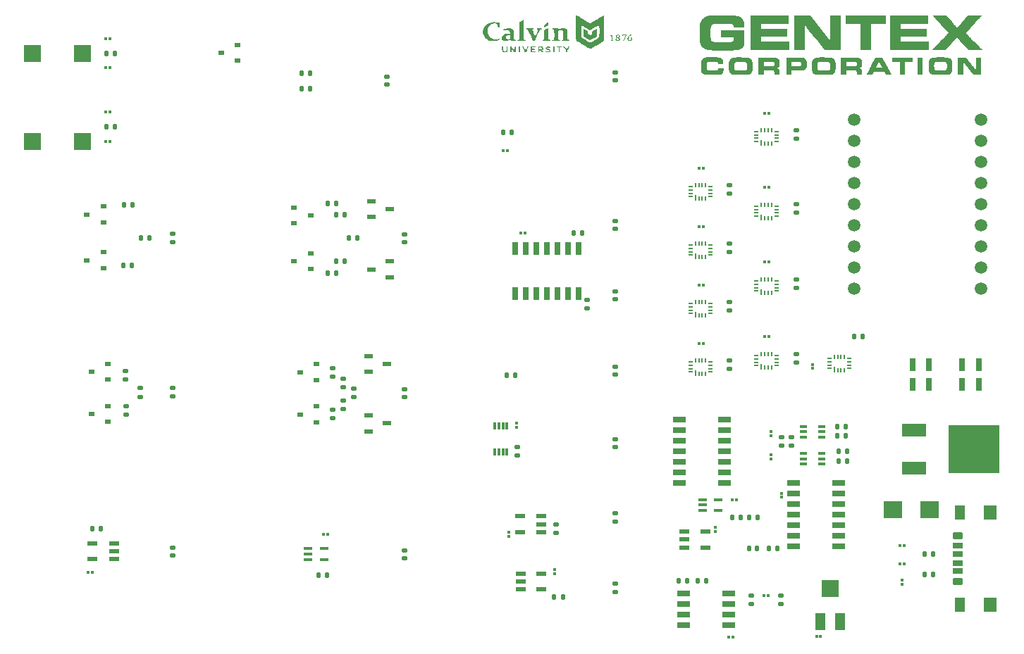
<source format=gbr>
%TF.GenerationSoftware,KiCad,Pcbnew,7.0.5*%
%TF.CreationDate,2023-07-25T13:55:41-04:00*%
%TF.ProjectId,Logic-PCB,4c6f6769-632d-4504-9342-2e6b69636164,rev?*%
%TF.SameCoordinates,Original*%
%TF.FileFunction,Soldermask,Top*%
%TF.FilePolarity,Negative*%
%FSLAX46Y46*%
G04 Gerber Fmt 4.6, Leading zero omitted, Abs format (unit mm)*
G04 Created by KiCad (PCBNEW 7.0.5) date 2023-07-25 13:55:41*
%MOMM*%
%LPD*%
G01*
G04 APERTURE LIST*
G04 Aperture macros list*
%AMRoundRect*
0 Rectangle with rounded corners*
0 $1 Rounding radius*
0 $2 $3 $4 $5 $6 $7 $8 $9 X,Y pos of 4 corners*
0 Add a 4 corners polygon primitive as box body*
4,1,4,$2,$3,$4,$5,$6,$7,$8,$9,$2,$3,0*
0 Add four circle primitives for the rounded corners*
1,1,$1+$1,$2,$3*
1,1,$1+$1,$4,$5*
1,1,$1+$1,$6,$7*
1,1,$1+$1,$8,$9*
0 Add four rect primitives between the rounded corners*
20,1,$1+$1,$2,$3,$4,$5,0*
20,1,$1+$1,$4,$5,$6,$7,0*
20,1,$1+$1,$6,$7,$8,$9,0*
20,1,$1+$1,$8,$9,$2,$3,0*%
G04 Aperture macros list end*
%ADD10RoundRect,0.135000X0.185000X-0.135000X0.185000X0.135000X-0.185000X0.135000X-0.185000X-0.135000X0*%
%ADD11R,1.050000X0.600000*%
%ADD12R,2.200000X2.150000*%
%ADD13RoundRect,0.147500X0.172500X-0.147500X0.172500X0.147500X-0.172500X0.147500X-0.172500X-0.147500X0*%
%ADD14R,0.700000X0.600000*%
%ADD15RoundRect,0.135000X-0.135000X-0.185000X0.135000X-0.185000X0.135000X0.185000X-0.135000X0.185000X0*%
%ADD16RoundRect,0.135000X0.135000X0.185000X-0.135000X0.185000X-0.135000X-0.185000X0.135000X-0.185000X0*%
%ADD17RoundRect,0.135000X-0.185000X0.135000X-0.185000X-0.135000X0.185000X-0.135000X0.185000X0.135000X0*%
%ADD18R,0.300000X0.850000*%
%ADD19RoundRect,0.075000X-0.125000X-0.075000X0.125000X-0.075000X0.125000X0.075000X-0.125000X0.075000X0*%
%ADD20R,1.525000X0.650000*%
%ADD21RoundRect,0.147500X-0.172500X0.147500X-0.172500X-0.147500X0.172500X-0.147500X0.172500X0.147500X0*%
%ADD22RoundRect,0.075000X0.075000X-0.125000X0.075000X0.125000X-0.075000X0.125000X-0.075000X-0.125000X0*%
%ADD23R,0.200000X0.700000*%
%ADD24R,0.200000X0.600000*%
%ADD25R,0.600000X0.200000*%
%ADD26R,0.650000X1.525000*%
%ADD27R,1.300000X2.000000*%
%ADD28R,2.000000X2.000000*%
%ADD29R,1.200000X0.600000*%
%ADD30RoundRect,0.147500X-0.147500X-0.172500X0.147500X-0.172500X0.147500X0.172500X-0.147500X0.172500X0*%
%ADD31RoundRect,0.075000X-0.075000X0.125000X-0.075000X-0.125000X0.075000X-0.125000X0.075000X0.125000X0*%
%ADD32R,3.000000X1.600000*%
%ADD33R,6.200000X5.800000*%
%ADD34RoundRect,0.050000X-0.550000X0.350000X-0.550000X-0.350000X0.550000X-0.350000X0.550000X0.350000X0*%
%ADD35RoundRect,0.047500X-0.552500X0.332500X-0.552500X-0.332500X0.552500X-0.332500X0.552500X0.332500X0*%
%ADD36RoundRect,0.043750X-0.556250X0.306250X-0.556250X-0.306250X0.556250X-0.306250X0.556250X0.306250X0*%
%ADD37RoundRect,0.043750X0.556250X-0.306250X0.556250X0.306250X-0.556250X0.306250X-0.556250X-0.306250X0*%
%ADD38RoundRect,0.047500X0.552500X-0.332500X0.552500X0.332500X-0.552500X0.332500X-0.552500X-0.332500X0*%
%ADD39RoundRect,0.050000X0.550000X-0.350000X0.550000X0.350000X-0.550000X0.350000X-0.550000X-0.350000X0*%
%ADD40RoundRect,0.075000X0.525000X-0.775000X0.525000X0.775000X-0.525000X0.775000X-0.525000X-0.775000X0*%
%ADD41RoundRect,0.100000X0.700000X-0.750000X0.700000X0.750000X-0.700000X0.750000X-0.700000X-0.750000X0*%
%ADD42R,1.528000X0.650000*%
%ADD43R,1.150000X0.600000*%
%ADD44RoundRect,0.075000X0.125000X0.075000X-0.125000X0.075000X-0.125000X-0.075000X0.125000X-0.075000X0*%
%ADD45C,1.500000*%
%ADD46RoundRect,0.147500X0.147500X0.172500X-0.147500X0.172500X-0.147500X-0.172500X0.147500X-0.172500X0*%
%ADD47R,0.950000X0.450000*%
%ADD48R,1.050000X0.400000*%
%ADD49R,0.800000X1.600000*%
G04 APERTURE END LIST*
%TO.C,G\u002A\u002A\u002A*%
G36*
X106953304Y-22544355D02*
G01*
X107036273Y-22544526D01*
X107117281Y-22544847D01*
X107194914Y-22545317D01*
X107267758Y-22545937D01*
X107334398Y-22546705D01*
X107393420Y-22547623D01*
X107443409Y-22548689D01*
X107482950Y-22549904D01*
X107507625Y-22551074D01*
X107626938Y-22560689D01*
X107733759Y-22574271D01*
X107828694Y-22592111D01*
X107912347Y-22614501D01*
X107985322Y-22641732D01*
X108048223Y-22674095D01*
X108101654Y-22711881D01*
X108146220Y-22755380D01*
X108182525Y-22804886D01*
X108211173Y-22860687D01*
X108224703Y-22896604D01*
X108237474Y-22937798D01*
X108247360Y-22977136D01*
X108254792Y-23017595D01*
X108260204Y-23062150D01*
X108264028Y-23113778D01*
X108266695Y-23175454D01*
X108267104Y-23188466D01*
X108271233Y-23326177D01*
X107958142Y-23326177D01*
X107645052Y-23326177D01*
X107640196Y-23270072D01*
X107633008Y-23220120D01*
X107620366Y-23180970D01*
X107601098Y-23150515D01*
X107574031Y-23126649D01*
X107553743Y-23114708D01*
X107540945Y-23108355D01*
X107528319Y-23102869D01*
X107514807Y-23098186D01*
X107499352Y-23094242D01*
X107480899Y-23090974D01*
X107458389Y-23088319D01*
X107430766Y-23086211D01*
X107396973Y-23084588D01*
X107355953Y-23083387D01*
X107306649Y-23082542D01*
X107248003Y-23081990D01*
X107178961Y-23081669D01*
X107098463Y-23081513D01*
X107005453Y-23081459D01*
X107002399Y-23081458D01*
X106911376Y-23081478D01*
X106832890Y-23081598D01*
X106765877Y-23081840D01*
X106709274Y-23082228D01*
X106662015Y-23082784D01*
X106623037Y-23083530D01*
X106591276Y-23084491D01*
X106565669Y-23085688D01*
X106545151Y-23087144D01*
X106528658Y-23088883D01*
X106515126Y-23090926D01*
X106509360Y-23092024D01*
X106444681Y-23110129D01*
X106390622Y-23136301D01*
X106346574Y-23171178D01*
X106311928Y-23215397D01*
X106286075Y-23269596D01*
X106268406Y-23334414D01*
X106266133Y-23346765D01*
X106262832Y-23374066D01*
X106260266Y-23411958D01*
X106258415Y-23458347D01*
X106257254Y-23511138D01*
X106256763Y-23568235D01*
X106256918Y-23627545D01*
X106257697Y-23686973D01*
X106259077Y-23744424D01*
X106261036Y-23797804D01*
X106263552Y-23845018D01*
X106266602Y-23883970D01*
X106270163Y-23912568D01*
X106272313Y-23923054D01*
X106293088Y-23982414D01*
X106321907Y-24030935D01*
X106359332Y-24069136D01*
X106405925Y-24097534D01*
X106462246Y-24116648D01*
X106487545Y-24121796D01*
X106503704Y-24123476D01*
X106531027Y-24124868D01*
X106569837Y-24125975D01*
X106620457Y-24126801D01*
X106683209Y-24127349D01*
X106758417Y-24127623D01*
X106846404Y-24127625D01*
X106947491Y-24127358D01*
X107007786Y-24127104D01*
X107100800Y-24126641D01*
X107181211Y-24126172D01*
X107250016Y-24125672D01*
X107308215Y-24125111D01*
X107356803Y-24124464D01*
X107396781Y-24123703D01*
X107429144Y-24122801D01*
X107454892Y-24121731D01*
X107475023Y-24120465D01*
X107490533Y-24118977D01*
X107502421Y-24117239D01*
X107511685Y-24115225D01*
X107518427Y-24113213D01*
X107560830Y-24094886D01*
X107594163Y-24070740D01*
X107619385Y-24039298D01*
X107637454Y-23999084D01*
X107649328Y-23948623D01*
X107654736Y-23903251D01*
X107659193Y-23849818D01*
X107978884Y-23849818D01*
X108298576Y-23849818D01*
X108294503Y-24004530D01*
X108291969Y-24076906D01*
X108288318Y-24137862D01*
X108283246Y-24189552D01*
X108276455Y-24234133D01*
X108267643Y-24273760D01*
X108256509Y-24310588D01*
X108248867Y-24331521D01*
X108216224Y-24399667D01*
X108173976Y-24459643D01*
X108121829Y-24511621D01*
X108059488Y-24555774D01*
X107986659Y-24592275D01*
X107903047Y-24621296D01*
X107808359Y-24643011D01*
X107702299Y-24657591D01*
X107691240Y-24658647D01*
X107672066Y-24659749D01*
X107640522Y-24660745D01*
X107597838Y-24661633D01*
X107545246Y-24662415D01*
X107483975Y-24663090D01*
X107415257Y-24663659D01*
X107340321Y-24664121D01*
X107260399Y-24664477D01*
X107176722Y-24664727D01*
X107090519Y-24664872D01*
X107003021Y-24664911D01*
X106915459Y-24664844D01*
X106829064Y-24664673D01*
X106745066Y-24664396D01*
X106664695Y-24664014D01*
X106589183Y-24663528D01*
X106519760Y-24662937D01*
X106457656Y-24662242D01*
X106404102Y-24661443D01*
X106360329Y-24660540D01*
X106327567Y-24659533D01*
X106307331Y-24658446D01*
X106192709Y-24645233D01*
X106089511Y-24625005D01*
X105997336Y-24597467D01*
X105915782Y-24562324D01*
X105844450Y-24519284D01*
X105782938Y-24468051D01*
X105730847Y-24408331D01*
X105687775Y-24339832D01*
X105653322Y-24262258D01*
X105627087Y-24175315D01*
X105622585Y-24155842D01*
X105619560Y-24141885D01*
X105616951Y-24128772D01*
X105614727Y-24115428D01*
X105612857Y-24100777D01*
X105611310Y-24083742D01*
X105610056Y-24063247D01*
X105609063Y-24038215D01*
X105608303Y-24007571D01*
X105607742Y-23970237D01*
X105607352Y-23925138D01*
X105607101Y-23871198D01*
X105606959Y-23807340D01*
X105606894Y-23732487D01*
X105606876Y-23645564D01*
X105606876Y-23604999D01*
X105606883Y-23512645D01*
X105606925Y-23432817D01*
X105607032Y-23364440D01*
X105607235Y-23306440D01*
X105607564Y-23257740D01*
X105608050Y-23217267D01*
X105608724Y-23183945D01*
X105609615Y-23156699D01*
X105610754Y-23134454D01*
X105612172Y-23116135D01*
X105613899Y-23100667D01*
X105615966Y-23086976D01*
X105618403Y-23073986D01*
X105621241Y-23060622D01*
X105622478Y-23055011D01*
X105646505Y-22967346D01*
X105678017Y-22889046D01*
X105717509Y-22819757D01*
X105765475Y-22759126D01*
X105822409Y-22706798D01*
X105888805Y-22662422D01*
X105965156Y-22625643D01*
X106051957Y-22596107D01*
X106149702Y-22573462D01*
X106258885Y-22557354D01*
X106327020Y-22550916D01*
X106351788Y-22549580D01*
X106388742Y-22548396D01*
X106436466Y-22547363D01*
X106493547Y-22546481D01*
X106558571Y-22545750D01*
X106630121Y-22545170D01*
X106706784Y-22544741D01*
X106787145Y-22544462D01*
X106869790Y-22544333D01*
X106953304Y-22544355D01*
G37*
G36*
X110186624Y-22558554D02*
G01*
X110295167Y-22558852D01*
X110414854Y-22559266D01*
X110528702Y-22559701D01*
X110629803Y-22560133D01*
X110719011Y-22560576D01*
X110797179Y-22561048D01*
X110865162Y-22561564D01*
X110923813Y-22562141D01*
X110973987Y-22562795D01*
X111016538Y-22563542D01*
X111052318Y-22564398D01*
X111082183Y-22565379D01*
X111106986Y-22566503D01*
X111127581Y-22567784D01*
X111144822Y-22569240D01*
X111159563Y-22570886D01*
X111172657Y-22572739D01*
X111179081Y-22573787D01*
X111254417Y-22588144D01*
X111319642Y-22604250D01*
X111378229Y-22623147D01*
X111433650Y-22645878D01*
X111458736Y-22657761D01*
X111494109Y-22675730D01*
X111521207Y-22691369D01*
X111544258Y-22707706D01*
X111567487Y-22727773D01*
X111595120Y-22754597D01*
X111598420Y-22757900D01*
X111645752Y-22811134D01*
X111684424Y-22868008D01*
X111715486Y-22930724D01*
X111739989Y-23001483D01*
X111758982Y-23082486D01*
X111762501Y-23101759D01*
X111765031Y-23117283D01*
X111767197Y-23133432D01*
X111769028Y-23151346D01*
X111770550Y-23172166D01*
X111771792Y-23197035D01*
X111772781Y-23227093D01*
X111773545Y-23263482D01*
X111774111Y-23307342D01*
X111774508Y-23359814D01*
X111774763Y-23422041D01*
X111774904Y-23495163D01*
X111774958Y-23580322D01*
X111774961Y-23615200D01*
X111774938Y-23708967D01*
X111774814Y-23790313D01*
X111774513Y-23860420D01*
X111773956Y-23920466D01*
X111773064Y-23971633D01*
X111771759Y-24015101D01*
X111769963Y-24052050D01*
X111767598Y-24083661D01*
X111764584Y-24111113D01*
X111760844Y-24135589D01*
X111756300Y-24158267D01*
X111750873Y-24180328D01*
X111744484Y-24202953D01*
X111737056Y-24227321D01*
X111733604Y-24238371D01*
X111701477Y-24320362D01*
X111659295Y-24393295D01*
X111607003Y-24457217D01*
X111544546Y-24512173D01*
X111471870Y-24558212D01*
X111388918Y-24595378D01*
X111295637Y-24623720D01*
X111271722Y-24629210D01*
X111247946Y-24634317D01*
X111225965Y-24638854D01*
X111204856Y-24642856D01*
X111183700Y-24646359D01*
X111161576Y-24649399D01*
X111137563Y-24652011D01*
X111110741Y-24654231D01*
X111080189Y-24656095D01*
X111044986Y-24657638D01*
X111004211Y-24658896D01*
X110956945Y-24659904D01*
X110902266Y-24660699D01*
X110839255Y-24661315D01*
X110766989Y-24661788D01*
X110684549Y-24662155D01*
X110591014Y-24662450D01*
X110485464Y-24662709D01*
X110401253Y-24662894D01*
X110304611Y-24663045D01*
X110210705Y-24663078D01*
X110120570Y-24663001D01*
X110035244Y-24662817D01*
X109955760Y-24662535D01*
X109883156Y-24662158D01*
X109818467Y-24661694D01*
X109762729Y-24661148D01*
X109716978Y-24660525D01*
X109682249Y-24659832D01*
X109659579Y-24659075D01*
X109653194Y-24658683D01*
X109538907Y-24645362D01*
X109436113Y-24625331D01*
X109344352Y-24598370D01*
X109263162Y-24564256D01*
X109192084Y-24522769D01*
X109130655Y-24473686D01*
X109078417Y-24416787D01*
X109042918Y-24365466D01*
X109021941Y-24327547D01*
X109004203Y-24287249D01*
X108988250Y-24240830D01*
X108972849Y-24185427D01*
X108966557Y-24159202D01*
X108961147Y-24132521D01*
X108956568Y-24104220D01*
X108952765Y-24073136D01*
X108949687Y-24038106D01*
X108947279Y-23997966D01*
X108945491Y-23951553D01*
X108944268Y-23897703D01*
X108943559Y-23835253D01*
X108943309Y-23763039D01*
X108943467Y-23679898D01*
X108943816Y-23615200D01*
X109599417Y-23615200D01*
X109599526Y-23688622D01*
X109600058Y-23750035D01*
X109601192Y-23801028D01*
X109603107Y-23843190D01*
X109605981Y-23878111D01*
X109609995Y-23907379D01*
X109615326Y-23932584D01*
X109622155Y-23955315D01*
X109630659Y-23977162D01*
X109641019Y-23999714D01*
X109643250Y-24004288D01*
X109670471Y-24046691D01*
X109706507Y-24080191D01*
X109752273Y-24105416D01*
X109808681Y-24122993D01*
X109819488Y-24125284D01*
X109836227Y-24127218D01*
X109865136Y-24128951D01*
X109904851Y-24130484D01*
X109954004Y-24131815D01*
X110011231Y-24132944D01*
X110075166Y-24133871D01*
X110144445Y-24134595D01*
X110217700Y-24135117D01*
X110293567Y-24135435D01*
X110370680Y-24135548D01*
X110447675Y-24135458D01*
X110523184Y-24135163D01*
X110595843Y-24134662D01*
X110664287Y-24133956D01*
X110727149Y-24133043D01*
X110783065Y-24131924D01*
X110830669Y-24130598D01*
X110868595Y-24129064D01*
X110895478Y-24127323D01*
X110908841Y-24125634D01*
X110967014Y-24109185D01*
X111014786Y-24086104D01*
X111053128Y-24055287D01*
X111083007Y-24015632D01*
X111105396Y-23966033D01*
X111121262Y-23905389D01*
X111125867Y-23878667D01*
X111128263Y-23854869D01*
X111130033Y-23820550D01*
X111131210Y-23777691D01*
X111131825Y-23728274D01*
X111131910Y-23674282D01*
X111131496Y-23617696D01*
X111130617Y-23560499D01*
X111129302Y-23504673D01*
X111127586Y-23452199D01*
X111125498Y-23405060D01*
X111123071Y-23365237D01*
X111120337Y-23334713D01*
X111117328Y-23315470D01*
X111116792Y-23313466D01*
X111094050Y-23253390D01*
X111064201Y-23203843D01*
X111026083Y-23163742D01*
X110978533Y-23132007D01*
X110920388Y-23107556D01*
X110884091Y-23096978D01*
X110873827Y-23094583D01*
X110862465Y-23092521D01*
X110848956Y-23090769D01*
X110832257Y-23089302D01*
X110811320Y-23088093D01*
X110785099Y-23087120D01*
X110752548Y-23086356D01*
X110712621Y-23085777D01*
X110664272Y-23085358D01*
X110606454Y-23085075D01*
X110538121Y-23084902D01*
X110458228Y-23084814D01*
X110370651Y-23084788D01*
X110278926Y-23084803D01*
X110199738Y-23084879D01*
X110132023Y-23085041D01*
X110074717Y-23085315D01*
X110026755Y-23085728D01*
X109987074Y-23086303D01*
X109954609Y-23087069D01*
X109928297Y-23088049D01*
X109907073Y-23089271D01*
X109889873Y-23090760D01*
X109875633Y-23092541D01*
X109863289Y-23094641D01*
X109851777Y-23097085D01*
X109850410Y-23097400D01*
X109786061Y-23116699D01*
X109732972Y-23142612D01*
X109689980Y-23176217D01*
X109655922Y-23218593D01*
X109629634Y-23270821D01*
X109614594Y-23316101D01*
X109610623Y-23331063D01*
X109607417Y-23345430D01*
X109604893Y-23360823D01*
X109602968Y-23378867D01*
X109601562Y-23401184D01*
X109600590Y-23429397D01*
X109599971Y-23465130D01*
X109599623Y-23510004D01*
X109599463Y-23565645D01*
X109599417Y-23615200D01*
X108943816Y-23615200D01*
X108943980Y-23584668D01*
X108944192Y-23553995D01*
X108944857Y-23467467D01*
X108945541Y-23393370D01*
X108946279Y-23330536D01*
X108947108Y-23277794D01*
X108948067Y-23233975D01*
X108949192Y-23197911D01*
X108950520Y-23168430D01*
X108952088Y-23144365D01*
X108953934Y-23124545D01*
X108956094Y-23107801D01*
X108958606Y-23092964D01*
X108958875Y-23091558D01*
X108982264Y-22997053D01*
X109014211Y-22912784D01*
X109055065Y-22838412D01*
X109105177Y-22773597D01*
X109164899Y-22718000D01*
X109234580Y-22671281D01*
X109314571Y-22633101D01*
X109405224Y-22603120D01*
X109481582Y-22585587D01*
X109505813Y-22581071D01*
X109529450Y-22577050D01*
X109553380Y-22573501D01*
X109578492Y-22570398D01*
X109605673Y-22567716D01*
X109635811Y-22565430D01*
X109669794Y-22563516D01*
X109708509Y-22561947D01*
X109752846Y-22560700D01*
X109803691Y-22559748D01*
X109861933Y-22559068D01*
X109928460Y-22558633D01*
X110004158Y-22558419D01*
X110089917Y-22558401D01*
X110186624Y-22558554D01*
G37*
G36*
X120241401Y-22558867D02*
G01*
X120374339Y-22559262D01*
X120387840Y-22559310D01*
X120503915Y-22559737D01*
X120607291Y-22560150D01*
X120698869Y-22560591D01*
X120779551Y-22561100D01*
X120850238Y-22561718D01*
X120911831Y-22562486D01*
X120965233Y-22563443D01*
X121011344Y-22564632D01*
X121051067Y-22566091D01*
X121085302Y-22567862D01*
X121114952Y-22569986D01*
X121140917Y-22572502D01*
X121164100Y-22575452D01*
X121185402Y-22578877D01*
X121205724Y-22582816D01*
X121225967Y-22587310D01*
X121247035Y-22592401D01*
X121269827Y-22598128D01*
X121274134Y-22599217D01*
X121366260Y-22627972D01*
X121447860Y-22665116D01*
X121519159Y-22710907D01*
X121580384Y-22765606D01*
X121631758Y-22829473D01*
X121673509Y-22902767D01*
X121705861Y-22985749D01*
X121729039Y-23078679D01*
X121737937Y-23133963D01*
X121739998Y-23156789D01*
X121741842Y-23191621D01*
X121743463Y-23236864D01*
X121744857Y-23290924D01*
X121746021Y-23352207D01*
X121746951Y-23419118D01*
X121747641Y-23490064D01*
X121748087Y-23563451D01*
X121748286Y-23637683D01*
X121748233Y-23711168D01*
X121747924Y-23782312D01*
X121747355Y-23849519D01*
X121746520Y-23911196D01*
X121745417Y-23965748D01*
X121744041Y-24011582D01*
X121742387Y-24047104D01*
X121740452Y-24070719D01*
X121740438Y-24070836D01*
X121724332Y-24164282D01*
X121699948Y-24250463D01*
X121667783Y-24328149D01*
X121628334Y-24396114D01*
X121588044Y-24446847D01*
X121536147Y-24496147D01*
X121477873Y-24538351D01*
X121412197Y-24573844D01*
X121338096Y-24603014D01*
X121254547Y-24626248D01*
X121160524Y-24643933D01*
X121055004Y-24656456D01*
X121027431Y-24658769D01*
X121006184Y-24659857D01*
X120972617Y-24660838D01*
X120927970Y-24661712D01*
X120873480Y-24662480D01*
X120810387Y-24663142D01*
X120739929Y-24663698D01*
X120663344Y-24664149D01*
X120581873Y-24664494D01*
X120496752Y-24664734D01*
X120409221Y-24664869D01*
X120320519Y-24664900D01*
X120231885Y-24664826D01*
X120144556Y-24664649D01*
X120059773Y-24664367D01*
X119978772Y-24663982D01*
X119902794Y-24663493D01*
X119833077Y-24662901D01*
X119770859Y-24662207D01*
X119717379Y-24661410D01*
X119673877Y-24660510D01*
X119641590Y-24659508D01*
X119622779Y-24658491D01*
X119510059Y-24645589D01*
X119408627Y-24625929D01*
X119317890Y-24599369D01*
X119241949Y-24568049D01*
X119171278Y-24528440D01*
X119110203Y-24481811D01*
X119058132Y-24427304D01*
X119014474Y-24364059D01*
X118978638Y-24291218D01*
X118950033Y-24207922D01*
X118928067Y-24113312D01*
X118927755Y-24111639D01*
X118925394Y-24096063D01*
X118923332Y-24075746D01*
X118921538Y-24049629D01*
X118919978Y-24016655D01*
X118918619Y-23975762D01*
X118917428Y-23925894D01*
X118916372Y-23865990D01*
X118915417Y-23794992D01*
X118914531Y-23711841D01*
X118914216Y-23678040D01*
X118913455Y-23577576D01*
X118913134Y-23489519D01*
X118913148Y-23483088D01*
X119575859Y-23483088D01*
X119576057Y-23537954D01*
X119576854Y-23596087D01*
X119578203Y-23655425D01*
X119580057Y-23713907D01*
X119582370Y-23769470D01*
X119585094Y-23820054D01*
X119588183Y-23863595D01*
X119591590Y-23898033D01*
X119595224Y-23921105D01*
X119613641Y-23981163D01*
X119640257Y-24030518D01*
X119675654Y-24069723D01*
X119720414Y-24099328D01*
X119775118Y-24119886D01*
X119813745Y-24128240D01*
X119825985Y-24129174D01*
X119850656Y-24130083D01*
X119886584Y-24130949D01*
X119932599Y-24131761D01*
X119987530Y-24132503D01*
X120050206Y-24133161D01*
X120119454Y-24133720D01*
X120194104Y-24134167D01*
X120272984Y-24134487D01*
X120337937Y-24134641D01*
X120435242Y-24134757D01*
X120519911Y-24134758D01*
X120592911Y-24134626D01*
X120655206Y-24134346D01*
X120707761Y-24133900D01*
X120751543Y-24133274D01*
X120787516Y-24132451D01*
X120816647Y-24131414D01*
X120839899Y-24130147D01*
X120858240Y-24128634D01*
X120872633Y-24126860D01*
X120880488Y-24125528D01*
X120940726Y-24108725D01*
X120990650Y-24083207D01*
X121030606Y-24048704D01*
X121060940Y-24004948D01*
X121074415Y-23974811D01*
X121082404Y-23951552D01*
X121088916Y-23927577D01*
X121094093Y-23901229D01*
X121098079Y-23870852D01*
X121101016Y-23834790D01*
X121103048Y-23791386D01*
X121104316Y-23738984D01*
X121104965Y-23675927D01*
X121105132Y-23618600D01*
X121105082Y-23555045D01*
X121104778Y-23503312D01*
X121104140Y-23461620D01*
X121103090Y-23428192D01*
X121101551Y-23401247D01*
X121099445Y-23379008D01*
X121096692Y-23359694D01*
X121093215Y-23341528D01*
X121092894Y-23340027D01*
X121074548Y-23275910D01*
X121048947Y-23222626D01*
X121015087Y-23179162D01*
X120971960Y-23144510D01*
X120918559Y-23117658D01*
X120853878Y-23097596D01*
X120850570Y-23096810D01*
X120839452Y-23094423D01*
X120827201Y-23092371D01*
X120812760Y-23090629D01*
X120795068Y-23089170D01*
X120773069Y-23087972D01*
X120745704Y-23087009D01*
X120711915Y-23086256D01*
X120670643Y-23085688D01*
X120620830Y-23085280D01*
X120561418Y-23085008D01*
X120491348Y-23084848D01*
X120409562Y-23084773D01*
X120336836Y-23084758D01*
X120245161Y-23084783D01*
X120166029Y-23084875D01*
X120098381Y-23085058D01*
X120041159Y-23085357D01*
X119993305Y-23085797D01*
X119953761Y-23086404D01*
X119921467Y-23087201D01*
X119895367Y-23088213D01*
X119874401Y-23089466D01*
X119857511Y-23090985D01*
X119843639Y-23092793D01*
X119831726Y-23094916D01*
X119823101Y-23096810D01*
X119757295Y-23117153D01*
X119702558Y-23145014D01*
X119658194Y-23181089D01*
X119623508Y-23226073D01*
X119597803Y-23280660D01*
X119581989Y-23337527D01*
X119579324Y-23358708D01*
X119577446Y-23391403D01*
X119576306Y-23433551D01*
X119575859Y-23483088D01*
X118913148Y-23483088D01*
X118913301Y-23412683D01*
X118914001Y-23345879D01*
X118915284Y-23287919D01*
X118917196Y-23237617D01*
X118919784Y-23193784D01*
X118923096Y-23155233D01*
X118927178Y-23120775D01*
X118932079Y-23089225D01*
X118937844Y-23059392D01*
X118939057Y-23053751D01*
X118963364Y-22966537D01*
X118996416Y-22888454D01*
X119038539Y-22819264D01*
X119090057Y-22758729D01*
X119151297Y-22706613D01*
X119222584Y-22662676D01*
X119304244Y-22626683D01*
X119396602Y-22598393D01*
X119499983Y-22577571D01*
X119609178Y-22564449D01*
X119632658Y-22562994D01*
X119667171Y-22561752D01*
X119713000Y-22560721D01*
X119770427Y-22559900D01*
X119839734Y-22559286D01*
X119921202Y-22558877D01*
X120015115Y-22558672D01*
X120121754Y-22558670D01*
X120241401Y-22558867D01*
G37*
G36*
X134411331Y-22557736D02*
G01*
X134500452Y-22557853D01*
X134587669Y-22558076D01*
X134671789Y-22558407D01*
X134751621Y-22558844D01*
X134825970Y-22559388D01*
X134893645Y-22560040D01*
X134953453Y-22560798D01*
X135004201Y-22561663D01*
X135044697Y-22562636D01*
X135073747Y-22563715D01*
X135087197Y-22564585D01*
X135192304Y-22577516D01*
X135286572Y-22596233D01*
X135371666Y-22621169D01*
X135449252Y-22652756D01*
X135474827Y-22665404D01*
X135507554Y-22683702D01*
X135536166Y-22703202D01*
X135564846Y-22727068D01*
X135597640Y-22758332D01*
X135625778Y-22787062D01*
X135646694Y-22810919D01*
X135663381Y-22834005D01*
X135678835Y-22860426D01*
X135694407Y-22890943D01*
X135724731Y-22962342D01*
X135747545Y-23038962D01*
X135763525Y-23123436D01*
X135771093Y-23189617D01*
X135773016Y-23220609D01*
X135774511Y-23264944D01*
X135775574Y-23322368D01*
X135776204Y-23392629D01*
X135776397Y-23475476D01*
X135776153Y-23570656D01*
X135775506Y-23673004D01*
X135774773Y-23762205D01*
X135774011Y-23839066D01*
X135773121Y-23904849D01*
X135772000Y-23960813D01*
X135770548Y-24008220D01*
X135768661Y-24048332D01*
X135766239Y-24082408D01*
X135763180Y-24111710D01*
X135759383Y-24137499D01*
X135754745Y-24161036D01*
X135749166Y-24183582D01*
X135742544Y-24206398D01*
X135734777Y-24230745D01*
X135729224Y-24247514D01*
X135696531Y-24327541D01*
X135654737Y-24398184D01*
X135603454Y-24459782D01*
X135542291Y-24512671D01*
X135470860Y-24557188D01*
X135388771Y-24593670D01*
X135295772Y-24622418D01*
X135271549Y-24628521D01*
X135249148Y-24633951D01*
X135227662Y-24638749D01*
X135206181Y-24642955D01*
X135183797Y-24646611D01*
X135159601Y-24649758D01*
X135132685Y-24652435D01*
X135102139Y-24654684D01*
X135067055Y-24656546D01*
X135026525Y-24658061D01*
X134979640Y-24659270D01*
X134925491Y-24660213D01*
X134863169Y-24660933D01*
X134791766Y-24661468D01*
X134710373Y-24661861D01*
X134618082Y-24662151D01*
X134513984Y-24662380D01*
X134400343Y-24662584D01*
X134304488Y-24662723D01*
X134211914Y-24662808D01*
X134123599Y-24662842D01*
X134040522Y-24662825D01*
X133963661Y-24662761D01*
X133893995Y-24662649D01*
X133832501Y-24662493D01*
X133780160Y-24662294D01*
X133737948Y-24662054D01*
X133706844Y-24661775D01*
X133687827Y-24661458D01*
X133682886Y-24661269D01*
X133562849Y-24649221D01*
X133454169Y-24629747D01*
X133356796Y-24602824D01*
X133270679Y-24568433D01*
X133195768Y-24526552D01*
X133132011Y-24477159D01*
X133079359Y-24420235D01*
X133067955Y-24404866D01*
X133036021Y-24355361D01*
X133009976Y-24304310D01*
X132988444Y-24248346D01*
X132970045Y-24184108D01*
X132960376Y-24142241D01*
X132957461Y-24127968D01*
X132954964Y-24113534D01*
X132952843Y-24097751D01*
X132951055Y-24079435D01*
X132949559Y-24057398D01*
X132948311Y-24030455D01*
X132947269Y-23997420D01*
X132946391Y-23957106D01*
X132945634Y-23908329D01*
X132944955Y-23849900D01*
X132944312Y-23780636D01*
X132943663Y-23699349D01*
X132943439Y-23669604D01*
X132942787Y-23562345D01*
X132942707Y-23522408D01*
X133593832Y-23522408D01*
X133593950Y-23584597D01*
X133594647Y-23662967D01*
X133595938Y-23729272D01*
X133597912Y-23785038D01*
X133600659Y-23831792D01*
X133604269Y-23871061D01*
X133608831Y-23904371D01*
X133614436Y-23933249D01*
X133614467Y-23933383D01*
X133633173Y-23989986D01*
X133661517Y-24037069D01*
X133699640Y-24074764D01*
X133747682Y-24103202D01*
X133805781Y-24122514D01*
X133818577Y-24125284D01*
X133835677Y-24127279D01*
X133864989Y-24129063D01*
X133905126Y-24130635D01*
X133954701Y-24131996D01*
X134012327Y-24133144D01*
X134076617Y-24134080D01*
X134146183Y-24134804D01*
X134219638Y-24135314D01*
X134295596Y-24135610D01*
X134372669Y-24135693D01*
X134449469Y-24135561D01*
X134524610Y-24135215D01*
X134596705Y-24134653D01*
X134664366Y-24133876D01*
X134726206Y-24132883D01*
X134780838Y-24131675D01*
X134826876Y-24130249D01*
X134862931Y-24128607D01*
X134887616Y-24126747D01*
X134896146Y-24125575D01*
X134945877Y-24113585D01*
X134985829Y-24097876D01*
X135019665Y-24076789D01*
X135038167Y-24061224D01*
X135068367Y-24024868D01*
X135092718Y-23977436D01*
X135110489Y-23920451D01*
X135114235Y-23902731D01*
X135119695Y-23865247D01*
X135123914Y-23818009D01*
X135126918Y-23763233D01*
X135128734Y-23703134D01*
X135129389Y-23639929D01*
X135128910Y-23575831D01*
X135127323Y-23513058D01*
X135124655Y-23453825D01*
X135120934Y-23400346D01*
X135116185Y-23354838D01*
X135110436Y-23319517D01*
X135107020Y-23305775D01*
X135084844Y-23247725D01*
X135055380Y-23199857D01*
X135017515Y-23161175D01*
X134970136Y-23130685D01*
X134912132Y-23107392D01*
X134873274Y-23096810D01*
X134862202Y-23094432D01*
X134850006Y-23092387D01*
X134835633Y-23090649D01*
X134818030Y-23089195D01*
X134796142Y-23088001D01*
X134768916Y-23087041D01*
X134735298Y-23086291D01*
X134694235Y-23085727D01*
X134644672Y-23085325D01*
X134585556Y-23085060D01*
X134515834Y-23084908D01*
X134434452Y-23084844D01*
X134356139Y-23084841D01*
X134263561Y-23084888D01*
X134183546Y-23085008D01*
X134115055Y-23085223D01*
X134057050Y-23085558D01*
X134008494Y-23086035D01*
X133968347Y-23086678D01*
X133935572Y-23087508D01*
X133909131Y-23088550D01*
X133887985Y-23089825D01*
X133871095Y-23091358D01*
X133857425Y-23093172D01*
X133845935Y-23095288D01*
X133841629Y-23096245D01*
X133775301Y-23116939D01*
X133719977Y-23145604D01*
X133675668Y-23182236D01*
X133642381Y-23226827D01*
X133635482Y-23239828D01*
X133624084Y-23264544D01*
X133614887Y-23288706D01*
X133607675Y-23314104D01*
X133602232Y-23342534D01*
X133598342Y-23375786D01*
X133595790Y-23415654D01*
X133594358Y-23463931D01*
X133593832Y-23522408D01*
X132942707Y-23522408D01*
X132942598Y-23467579D01*
X132942988Y-23384202D01*
X132944070Y-23311113D01*
X132945961Y-23247206D01*
X132948773Y-23191379D01*
X132952621Y-23142529D01*
X132957620Y-23099552D01*
X132963884Y-23061344D01*
X132971527Y-23026803D01*
X132980664Y-22994825D01*
X132991410Y-22964307D01*
X133003879Y-22934145D01*
X133018184Y-22903236D01*
X133024186Y-22890943D01*
X133041196Y-22857868D01*
X133056738Y-22831814D01*
X133073806Y-22808683D01*
X133095394Y-22784373D01*
X133121247Y-22758014D01*
X133153137Y-22727446D01*
X133180516Y-22704379D01*
X133207444Y-22685755D01*
X133237979Y-22668513D01*
X133244252Y-22665278D01*
X133316197Y-22632827D01*
X133393078Y-22606707D01*
X133477141Y-22586328D01*
X133570633Y-22571099D01*
X133627503Y-22564644D01*
X133646443Y-22563483D01*
X133677791Y-22562429D01*
X133720355Y-22561481D01*
X133772942Y-22560639D01*
X133834358Y-22559903D01*
X133903412Y-22559274D01*
X133978910Y-22558751D01*
X134059661Y-22558335D01*
X134144471Y-22558025D01*
X134232148Y-22557822D01*
X134321498Y-22557726D01*
X134411331Y-22557736D01*
G37*
G36*
X113517599Y-22584959D02*
G01*
X113658635Y-22584966D01*
X113786761Y-22584990D01*
X113902666Y-22585051D01*
X114007041Y-22585169D01*
X114100576Y-22585364D01*
X114183962Y-22585655D01*
X114257888Y-22586063D01*
X114323046Y-22586608D01*
X114380125Y-22587309D01*
X114429815Y-22588188D01*
X114472808Y-22589263D01*
X114509793Y-22590555D01*
X114541461Y-22592085D01*
X114568502Y-22593871D01*
X114591606Y-22595934D01*
X114611464Y-22598294D01*
X114628766Y-22600971D01*
X114644202Y-22603985D01*
X114658462Y-22607356D01*
X114672238Y-22611105D01*
X114686218Y-22615250D01*
X114699192Y-22619227D01*
X114774884Y-22648846D01*
X114841135Y-22688168D01*
X114897755Y-22737012D01*
X114944553Y-22795196D01*
X114981341Y-22862538D01*
X114998210Y-22906302D01*
X115009239Y-22942242D01*
X115018021Y-22978076D01*
X115024739Y-23015793D01*
X115029579Y-23057379D01*
X115032723Y-23104821D01*
X115034357Y-23160108D01*
X115034665Y-23225225D01*
X115033986Y-23292174D01*
X115033015Y-23350564D01*
X115031955Y-23397287D01*
X115030670Y-23434278D01*
X115029024Y-23463472D01*
X115026881Y-23486804D01*
X115024105Y-23506208D01*
X115020561Y-23523619D01*
X115016615Y-23539129D01*
X114992155Y-23607939D01*
X114958566Y-23667222D01*
X114915297Y-23717535D01*
X114861800Y-23759435D01*
X114797523Y-23793476D01*
X114745978Y-23812877D01*
X114688190Y-23831675D01*
X114743394Y-23847613D01*
X114812382Y-23872424D01*
X114870644Y-23904303D01*
X114918750Y-23943978D01*
X114957270Y-23992176D01*
X114986772Y-24049625D01*
X115007826Y-24117053D01*
X115021002Y-24195188D01*
X115021897Y-24203505D01*
X115023857Y-24229700D01*
X115025611Y-24266732D01*
X115027081Y-24311838D01*
X115028187Y-24362254D01*
X115028854Y-24415216D01*
X115029018Y-24455786D01*
X115029018Y-24638680D01*
X114713599Y-24638680D01*
X114398181Y-24638680D01*
X114394679Y-24463566D01*
X114393221Y-24402312D01*
X114391396Y-24352786D01*
X114388962Y-24313115D01*
X114385680Y-24281428D01*
X114381309Y-24255852D01*
X114375608Y-24234514D01*
X114368338Y-24215542D01*
X114360831Y-24200046D01*
X114335424Y-24165655D01*
X114299043Y-24138910D01*
X114251545Y-24119735D01*
X114192790Y-24108052D01*
X114191076Y-24107843D01*
X114173166Y-24106573D01*
X114142515Y-24105466D01*
X114099981Y-24104531D01*
X114046423Y-24103775D01*
X113982700Y-24103205D01*
X113909671Y-24102829D01*
X113828193Y-24102656D01*
X113739127Y-24102691D01*
X113643330Y-24102944D01*
X113638308Y-24102962D01*
X113141869Y-24104838D01*
X113140091Y-24375159D01*
X113138313Y-24645481D01*
X112825566Y-24645481D01*
X112512819Y-24645481D01*
X112512819Y-23615200D01*
X112512819Y-23087496D01*
X113138469Y-23087496D01*
X113138469Y-23342847D01*
X113138469Y-23598198D01*
X113676854Y-23598198D01*
X113796016Y-23598097D01*
X113901589Y-23597792D01*
X113993586Y-23597285D01*
X114072016Y-23596574D01*
X114136892Y-23595660D01*
X114188225Y-23594542D01*
X114226026Y-23593220D01*
X114250307Y-23591695D01*
X114257974Y-23590756D01*
X114308781Y-23576501D01*
X114349637Y-23553080D01*
X114380790Y-23520327D01*
X114392973Y-23500071D01*
X114400460Y-23485082D01*
X114405869Y-23472225D01*
X114409538Y-23458937D01*
X114411805Y-23442653D01*
X114413007Y-23420811D01*
X114413483Y-23390847D01*
X114413569Y-23350196D01*
X114413569Y-23343659D01*
X114413473Y-23300971D01*
X114412982Y-23269302D01*
X114411795Y-23246073D01*
X114409610Y-23228702D01*
X114406125Y-23214609D01*
X114401037Y-23201212D01*
X114395471Y-23188962D01*
X114376594Y-23157045D01*
X114353417Y-23134618D01*
X114349337Y-23131801D01*
X114338939Y-23124929D01*
X114329233Y-23118901D01*
X114319298Y-23113657D01*
X114308215Y-23109139D01*
X114295063Y-23105288D01*
X114278921Y-23102044D01*
X114258868Y-23099349D01*
X114233985Y-23097143D01*
X114203350Y-23095367D01*
X114166042Y-23093963D01*
X114121142Y-23092872D01*
X114067729Y-23092033D01*
X114004882Y-23091389D01*
X113931680Y-23090881D01*
X113847203Y-23090448D01*
X113750531Y-23090033D01*
X113694413Y-23089801D01*
X113138469Y-23087496D01*
X112512819Y-23087496D01*
X112512819Y-22584919D01*
X113517599Y-22584959D01*
G37*
G36*
X116747853Y-22578251D02*
G01*
X116883034Y-22578278D01*
X117005352Y-22578332D01*
X117115545Y-22578435D01*
X117214352Y-22578605D01*
X117302511Y-22578865D01*
X117380760Y-22579234D01*
X117449838Y-22579733D01*
X117510482Y-22580383D01*
X117563432Y-22581204D01*
X117609425Y-22582217D01*
X117649199Y-22583443D01*
X117683493Y-22584901D01*
X117713045Y-22586613D01*
X117738594Y-22588600D01*
X117760877Y-22590881D01*
X117780633Y-22593477D01*
X117798600Y-22596410D01*
X117815516Y-22599699D01*
X117832120Y-22603365D01*
X117849150Y-22607428D01*
X117856175Y-22609152D01*
X117945605Y-22637109D01*
X118025263Y-22674468D01*
X118095073Y-22721156D01*
X118154958Y-22777098D01*
X118204842Y-22842221D01*
X118244647Y-22916450D01*
X118274297Y-22999711D01*
X118278829Y-23016753D01*
X118287147Y-23052712D01*
X118293738Y-23088802D01*
X118298776Y-23127170D01*
X118302430Y-23169962D01*
X118304874Y-23219326D01*
X118306279Y-23277410D01*
X118306817Y-23346361D01*
X118306836Y-23366802D01*
X118305967Y-23452657D01*
X118303180Y-23526934D01*
X118298141Y-23591564D01*
X118290517Y-23648478D01*
X118279973Y-23699605D01*
X118266175Y-23746876D01*
X118248791Y-23792222D01*
X118227487Y-23837573D01*
X118224434Y-23843526D01*
X118180918Y-23913577D01*
X118127735Y-23975110D01*
X118066166Y-24027092D01*
X117997491Y-24068491D01*
X117922990Y-24098276D01*
X117900612Y-24104559D01*
X117884198Y-24108426D01*
X117866493Y-24111856D01*
X117846633Y-24114877D01*
X117823756Y-24117513D01*
X117796998Y-24119790D01*
X117765496Y-24121734D01*
X117728386Y-24123370D01*
X117684805Y-24124724D01*
X117633889Y-24125821D01*
X117574776Y-24126688D01*
X117506602Y-24127349D01*
X117428503Y-24127831D01*
X117339617Y-24128158D01*
X117239079Y-24128357D01*
X117126027Y-24128453D01*
X117094680Y-24128465D01*
X116463931Y-24128640D01*
X116463931Y-24387060D01*
X116463931Y-24645481D01*
X116152239Y-24645481D01*
X116088398Y-24645385D01*
X116028762Y-24645110D01*
X115974701Y-24644676D01*
X115927587Y-24644103D01*
X115888791Y-24643409D01*
X115859685Y-24642616D01*
X115841638Y-24641742D01*
X115836014Y-24640947D01*
X115835498Y-24633747D01*
X115834998Y-24613690D01*
X115834518Y-24581521D01*
X115834061Y-24537985D01*
X115833631Y-24483825D01*
X115833230Y-24419787D01*
X115832862Y-24346614D01*
X115832531Y-24265051D01*
X115832238Y-24175843D01*
X115831989Y-24079734D01*
X115831785Y-23977469D01*
X115831631Y-23869791D01*
X115831529Y-23757446D01*
X115831483Y-23641178D01*
X115831481Y-23607266D01*
X115831481Y-23088158D01*
X116463931Y-23088158D01*
X116463931Y-23346739D01*
X116463931Y-23605319D01*
X116996072Y-23603459D01*
X117093631Y-23603113D01*
X117178521Y-23602786D01*
X117251678Y-23602451D01*
X117314033Y-23602079D01*
X117366520Y-23601642D01*
X117410073Y-23601115D01*
X117445624Y-23600468D01*
X117474108Y-23599674D01*
X117496456Y-23598706D01*
X117513604Y-23597536D01*
X117526483Y-23596136D01*
X117536027Y-23594480D01*
X117543170Y-23592538D01*
X117548845Y-23590284D01*
X117553985Y-23587690D01*
X117555417Y-23586920D01*
X117592368Y-23560763D01*
X117620818Y-23525911D01*
X117634841Y-23499591D01*
X117641159Y-23484164D01*
X117645670Y-23468107D01*
X117648762Y-23448530D01*
X117650824Y-23422544D01*
X117652244Y-23387260D01*
X117652821Y-23365734D01*
X117653260Y-23312624D01*
X117651312Y-23270548D01*
X117646426Y-23237062D01*
X117638054Y-23209724D01*
X117625642Y-23186092D01*
X117608642Y-23163721D01*
X117606809Y-23161619D01*
X117574006Y-23132621D01*
X117532916Y-23111515D01*
X117481759Y-23097440D01*
X117469964Y-23095361D01*
X117453720Y-23093886D01*
X117424464Y-23092562D01*
X117382786Y-23091399D01*
X117329274Y-23090403D01*
X117264517Y-23089583D01*
X117189104Y-23088946D01*
X117103623Y-23088502D01*
X117008664Y-23088257D01*
X116945068Y-23088209D01*
X116463931Y-23088158D01*
X115831481Y-23088158D01*
X115831481Y-22578118D01*
X116747853Y-22578251D01*
G37*
G36*
X123419178Y-22584959D02*
G01*
X123560215Y-22584966D01*
X123688340Y-22584990D01*
X123804245Y-22585051D01*
X123908620Y-22585169D01*
X124002155Y-22585364D01*
X124085541Y-22585655D01*
X124159468Y-22586063D01*
X124224625Y-22586608D01*
X124281704Y-22587309D01*
X124331395Y-22588188D01*
X124374388Y-22589263D01*
X124411373Y-22590555D01*
X124443041Y-22592085D01*
X124470082Y-22593871D01*
X124493186Y-22595934D01*
X124513044Y-22598294D01*
X124530346Y-22600971D01*
X124545782Y-22603985D01*
X124560042Y-22607356D01*
X124573817Y-22611105D01*
X124587798Y-22615250D01*
X124600771Y-22619227D01*
X124675995Y-22648486D01*
X124741253Y-22686974D01*
X124796643Y-22734773D01*
X124842267Y-22791967D01*
X124871227Y-22843339D01*
X124889393Y-22884130D01*
X124904172Y-22924493D01*
X124915825Y-22966290D01*
X124924611Y-23011385D01*
X124930792Y-23061643D01*
X124934629Y-23118926D01*
X124936382Y-23185099D01*
X124936313Y-23262025D01*
X124935697Y-23303971D01*
X124934147Y-23369362D01*
X124931891Y-23423291D01*
X124928605Y-23467890D01*
X124923963Y-23505293D01*
X124917640Y-23537633D01*
X124909310Y-23567043D01*
X124898650Y-23595657D01*
X124887306Y-23621390D01*
X124855825Y-23674434D01*
X124813696Y-23720585D01*
X124760446Y-23760207D01*
X124695608Y-23793664D01*
X124635403Y-23816128D01*
X124588429Y-23831288D01*
X124645332Y-23847716D01*
X124715382Y-23873263D01*
X124774431Y-23906540D01*
X124823026Y-23948092D01*
X124861714Y-23998464D01*
X124891043Y-24058201D01*
X124906910Y-24108238D01*
X124914486Y-24146054D01*
X124920551Y-24194977D01*
X124925137Y-24255528D01*
X124928277Y-24328227D01*
X124930006Y-24413595D01*
X124930389Y-24477167D01*
X124930597Y-24638680D01*
X124615299Y-24638680D01*
X124300000Y-24638680D01*
X124296292Y-24466967D01*
X124294583Y-24402726D01*
X124292325Y-24350328D01*
X124289241Y-24308018D01*
X124285052Y-24274040D01*
X124279480Y-24246639D01*
X124272246Y-24224058D01*
X124263072Y-24204544D01*
X124251822Y-24186545D01*
X124223187Y-24154689D01*
X124185932Y-24130493D01*
X124152537Y-24116909D01*
X124145189Y-24114769D01*
X124136122Y-24112894D01*
X124124407Y-24111263D01*
X124109112Y-24109852D01*
X124089309Y-24108640D01*
X124064066Y-24107603D01*
X124032454Y-24106719D01*
X123993541Y-24105966D01*
X123946399Y-24105321D01*
X123890096Y-24104761D01*
X123823703Y-24104265D01*
X123746289Y-24103809D01*
X123656923Y-24103371D01*
X123578991Y-24103030D01*
X123040048Y-24100758D01*
X123040048Y-24373119D01*
X123040048Y-24645481D01*
X122727224Y-24645481D01*
X122414399Y-24645481D01*
X122414399Y-23615200D01*
X122414399Y-23088158D01*
X123033248Y-23088158D01*
X123033248Y-23343178D01*
X123033248Y-23598198D01*
X123572190Y-23598147D01*
X123681841Y-23598041D01*
X123781256Y-23597750D01*
X123870015Y-23597278D01*
X123947697Y-23596631D01*
X124013880Y-23595813D01*
X124068144Y-23594831D01*
X124110067Y-23593688D01*
X124139228Y-23592391D01*
X124155131Y-23590957D01*
X124184576Y-23584172D01*
X124214105Y-23574205D01*
X124230834Y-23566563D01*
X124259616Y-23547280D01*
X124281528Y-23523526D01*
X124297431Y-23493368D01*
X124308184Y-23454875D01*
X124314646Y-23406119D01*
X124316712Y-23373601D01*
X124317460Y-23305134D01*
X124312451Y-23248267D01*
X124301027Y-23201987D01*
X124282527Y-23165284D01*
X124256292Y-23137147D01*
X124221662Y-23116564D01*
X124177979Y-23102525D01*
X124135113Y-23095208D01*
X124116929Y-23093857D01*
X124085904Y-23092626D01*
X124042798Y-23091525D01*
X123988370Y-23090563D01*
X123923379Y-23089750D01*
X123848587Y-23089093D01*
X123764751Y-23088604D01*
X123672633Y-23088290D01*
X123572991Y-23088161D01*
X123555367Y-23088158D01*
X123033248Y-23088158D01*
X122414399Y-23088158D01*
X122414399Y-22584919D01*
X123419178Y-22584959D01*
G37*
G36*
X127916032Y-23551921D02*
G01*
X127975176Y-23659787D01*
X128032881Y-23765034D01*
X128088775Y-23866986D01*
X128142487Y-23964965D01*
X128193647Y-24058295D01*
X128241883Y-24146298D01*
X128286824Y-24228296D01*
X128328100Y-24303613D01*
X128365338Y-24371572D01*
X128398168Y-24431496D01*
X128426219Y-24482706D01*
X128449119Y-24524527D01*
X128466498Y-24556281D01*
X128477985Y-24577290D01*
X128482490Y-24585553D01*
X128515105Y-24645603D01*
X128162864Y-24643842D01*
X127810624Y-24642080D01*
X127713145Y-24460166D01*
X127615666Y-24278252D01*
X126975255Y-24278252D01*
X126334844Y-24278252D01*
X126240829Y-24461866D01*
X126146814Y-24645481D01*
X125793355Y-24645481D01*
X125439897Y-24645481D01*
X125477347Y-24575775D01*
X125484746Y-24562041D01*
X125498241Y-24537036D01*
X125517455Y-24501456D01*
X125542014Y-24455993D01*
X125571542Y-24401342D01*
X125605665Y-24338197D01*
X125644007Y-24267251D01*
X125686195Y-24189198D01*
X125731851Y-24104732D01*
X125780603Y-24014547D01*
X125832073Y-23919337D01*
X125880688Y-23829416D01*
X126576213Y-23829416D01*
X126978025Y-23829416D01*
X127379837Y-23829416D01*
X127344966Y-23763111D01*
X127281764Y-23643056D01*
X127224695Y-23534907D01*
X127173661Y-23438480D01*
X127128563Y-23353593D01*
X127089302Y-23280061D01*
X127055779Y-23217702D01*
X127027895Y-23166332D01*
X127005552Y-23125767D01*
X126988651Y-23095825D01*
X126977094Y-23076322D01*
X126970780Y-23067075D01*
X126969535Y-23066260D01*
X126965683Y-23072960D01*
X126956291Y-23090479D01*
X126942022Y-23117536D01*
X126923540Y-23152847D01*
X126901509Y-23195127D01*
X126876590Y-23243093D01*
X126849448Y-23295462D01*
X126820747Y-23350950D01*
X126791148Y-23408273D01*
X126761316Y-23466148D01*
X126731914Y-23523291D01*
X126703605Y-23578419D01*
X126677052Y-23630248D01*
X126652919Y-23677494D01*
X126631869Y-23718874D01*
X126614565Y-23753105D01*
X126612953Y-23756311D01*
X126576213Y-23829416D01*
X125880688Y-23829416D01*
X125885889Y-23819796D01*
X125941673Y-23716617D01*
X125999053Y-23610495D01*
X126035118Y-23543794D01*
X126555440Y-22581518D01*
X126968815Y-22579929D01*
X127382190Y-22578340D01*
X127916032Y-23551921D01*
G37*
G36*
X131003475Y-22833138D02*
G01*
X131003475Y-23088158D01*
X130561441Y-23088158D01*
X130119406Y-23088158D01*
X130119406Y-23866819D01*
X130119406Y-24645481D01*
X129803181Y-24645481D01*
X129486956Y-24645481D01*
X129486956Y-23866819D01*
X129486956Y-23088158D01*
X129041521Y-23088158D01*
X128596086Y-23088158D01*
X128596086Y-22833138D01*
X128596086Y-22578118D01*
X129799781Y-22578118D01*
X131003475Y-22578118D01*
X131003475Y-22833138D01*
G37*
G36*
X132227572Y-23611799D02*
G01*
X132227572Y-24645481D01*
X131911347Y-24645481D01*
X131595122Y-24645481D01*
X131595122Y-23611799D01*
X131595122Y-22578118D01*
X131911347Y-22578118D01*
X132227572Y-22578118D01*
X132227572Y-23611799D01*
G37*
G36*
X138024788Y-23322884D02*
G01*
X138094762Y-23411166D01*
X138162456Y-23496520D01*
X138227388Y-23578338D01*
X138289073Y-23656012D01*
X138347026Y-23728934D01*
X138400764Y-23796496D01*
X138449801Y-23858090D01*
X138493653Y-23913107D01*
X138531837Y-23960941D01*
X138563868Y-24000981D01*
X138589261Y-24032622D01*
X138607533Y-24055253D01*
X138618198Y-24068268D01*
X138620899Y-24071345D01*
X138621743Y-24065203D01*
X138622544Y-24046211D01*
X138623296Y-24015120D01*
X138623993Y-23972682D01*
X138624630Y-23919646D01*
X138625200Y-23856765D01*
X138625696Y-23784789D01*
X138626114Y-23704469D01*
X138626447Y-23616556D01*
X138626689Y-23521802D01*
X138626833Y-23420958D01*
X138626876Y-23326578D01*
X138626876Y-22578118D01*
X138943101Y-22578118D01*
X139259325Y-22578118D01*
X139259325Y-23611844D01*
X139259325Y-24645570D01*
X138768505Y-24643825D01*
X138277685Y-24642080D01*
X137685520Y-23894788D01*
X137093355Y-23147496D01*
X137089225Y-23728175D01*
X137088570Y-23820692D01*
X137087923Y-23912787D01*
X137087294Y-24003057D01*
X137086692Y-24090097D01*
X137086127Y-24172504D01*
X137085609Y-24248872D01*
X137085146Y-24317797D01*
X137084750Y-24377875D01*
X137084428Y-24427702D01*
X137084191Y-24465874D01*
X137084125Y-24477167D01*
X137083154Y-24645481D01*
X136766929Y-24645481D01*
X136450704Y-24645481D01*
X136450704Y-23611799D01*
X136450704Y-22578118D01*
X136942679Y-22578118D01*
X137434654Y-22578118D01*
X138024788Y-23322884D01*
G37*
G36*
X107821441Y-17505791D02*
G01*
X107952593Y-17505964D01*
X108095823Y-17506224D01*
X108251815Y-17506563D01*
X108289687Y-17506651D01*
X108441391Y-17507010D01*
X108580183Y-17507354D01*
X108706754Y-17507699D01*
X108821794Y-17508064D01*
X108925992Y-17508464D01*
X109020038Y-17508918D01*
X109104623Y-17509442D01*
X109180435Y-17510054D01*
X109248165Y-17510770D01*
X109308502Y-17511607D01*
X109362137Y-17512583D01*
X109409759Y-17513715D01*
X109452058Y-17515020D01*
X109489724Y-17516515D01*
X109523446Y-17518218D01*
X109553916Y-17520144D01*
X109581822Y-17522312D01*
X109607854Y-17524738D01*
X109632702Y-17527440D01*
X109657056Y-17530434D01*
X109681606Y-17533739D01*
X109707042Y-17537370D01*
X109734053Y-17541345D01*
X109743183Y-17542699D01*
X109885505Y-17567802D01*
X110016005Y-17599236D01*
X110134993Y-17637181D01*
X110242777Y-17681815D01*
X110339667Y-17733319D01*
X110425972Y-17791872D01*
X110502001Y-17857655D01*
X110568063Y-17930846D01*
X110624468Y-18011626D01*
X110659716Y-18075477D01*
X110689663Y-18141360D01*
X110715160Y-18210245D01*
X110736477Y-18283598D01*
X110753887Y-18362881D01*
X110767661Y-18449559D01*
X110778070Y-18545095D01*
X110785386Y-18650954D01*
X110789881Y-18768598D01*
X110790121Y-18778319D01*
X110794450Y-18960233D01*
X110172144Y-18960233D01*
X109549837Y-18960233D01*
X109545461Y-18897328D01*
X109535868Y-18817945D01*
X109518484Y-18748941D01*
X109492706Y-18689699D01*
X109457934Y-18639601D01*
X109413566Y-18598030D01*
X109359000Y-18564369D01*
X109293634Y-18538001D01*
X109216867Y-18518309D01*
X109167723Y-18509827D01*
X109155654Y-18508507D01*
X109137877Y-18507316D01*
X109113801Y-18506250D01*
X109082833Y-18505303D01*
X109044384Y-18504470D01*
X108997860Y-18503745D01*
X108942672Y-18503123D01*
X108878228Y-18502598D01*
X108803936Y-18502166D01*
X108719206Y-18501821D01*
X108623446Y-18501557D01*
X108516064Y-18501369D01*
X108396470Y-18501252D01*
X108264072Y-18501201D01*
X108214881Y-18501197D01*
X108085485Y-18501207D01*
X107968947Y-18501243D01*
X107864523Y-18501315D01*
X107771469Y-18501431D01*
X107689043Y-18501602D01*
X107616502Y-18501836D01*
X107553100Y-18502143D01*
X107498096Y-18502532D01*
X107450746Y-18503012D01*
X107410306Y-18503593D01*
X107376033Y-18504284D01*
X107347184Y-18505094D01*
X107323015Y-18506032D01*
X107302783Y-18507109D01*
X107285744Y-18508332D01*
X107271155Y-18509712D01*
X107258272Y-18511258D01*
X107246353Y-18512979D01*
X107244004Y-18513347D01*
X107153982Y-18530969D01*
X107075790Y-18553706D01*
X107008424Y-18582172D01*
X106950877Y-18616984D01*
X106902146Y-18658756D01*
X106861226Y-18708103D01*
X106827110Y-18765641D01*
X106825036Y-18769818D01*
X106808998Y-18804222D01*
X106794997Y-18838558D01*
X106782889Y-18874001D01*
X106772527Y-18911727D01*
X106763768Y-18952913D01*
X106756464Y-18998734D01*
X106750472Y-19050367D01*
X106745645Y-19108986D01*
X106741839Y-19175769D01*
X106738909Y-19251890D01*
X106736709Y-19338527D01*
X106735094Y-19436854D01*
X106734322Y-19504276D01*
X106733427Y-19629026D01*
X106733386Y-19741066D01*
X106734230Y-19841264D01*
X106735989Y-19930485D01*
X106738694Y-20009598D01*
X106742373Y-20079469D01*
X106747059Y-20140963D01*
X106752780Y-20194949D01*
X106759568Y-20242293D01*
X106760252Y-20246372D01*
X106778628Y-20334131D01*
X106802593Y-20411372D01*
X106832881Y-20478683D01*
X106870225Y-20536650D01*
X106915357Y-20585862D01*
X106969010Y-20626906D01*
X107031918Y-20660370D01*
X107104813Y-20686841D01*
X107188429Y-20706908D01*
X107283498Y-20721157D01*
X107361414Y-20728284D01*
X107384047Y-20729380D01*
X107419004Y-20730380D01*
X107465163Y-20731284D01*
X107521401Y-20732091D01*
X107586594Y-20732802D01*
X107659621Y-20733417D01*
X107739359Y-20733936D01*
X107824685Y-20734360D01*
X107914476Y-20734688D01*
X108007609Y-20734920D01*
X108102962Y-20735057D01*
X108199412Y-20735099D01*
X108295836Y-20735045D01*
X108391112Y-20734897D01*
X108484116Y-20734653D01*
X108573727Y-20734315D01*
X108658821Y-20733882D01*
X108738276Y-20733355D01*
X108810968Y-20732733D01*
X108875776Y-20732017D01*
X108931576Y-20731207D01*
X108977246Y-20730302D01*
X109011663Y-20729304D01*
X109033704Y-20728211D01*
X109035058Y-20728107D01*
X109127968Y-20717785D01*
X109209208Y-20702509D01*
X109279932Y-20681855D01*
X109341297Y-20655399D01*
X109394456Y-20622716D01*
X109440564Y-20583383D01*
X109447072Y-20576749D01*
X109483664Y-20530475D01*
X109511748Y-20476446D01*
X109531606Y-20413759D01*
X109543519Y-20341508D01*
X109547768Y-20258789D01*
X109547786Y-20252650D01*
X109547786Y-20163985D01*
X108760624Y-20162256D01*
X107973462Y-20160528D01*
X107971711Y-19733794D01*
X107969960Y-19307060D01*
X109395179Y-19307060D01*
X110820399Y-19307060D01*
X110817555Y-20002415D01*
X110817065Y-20119870D01*
X110816582Y-20224647D01*
X110816069Y-20317671D01*
X110815488Y-20399865D01*
X110814799Y-20472153D01*
X110813963Y-20535458D01*
X110812943Y-20590705D01*
X110811700Y-20638816D01*
X110810195Y-20680716D01*
X110808389Y-20717328D01*
X110806245Y-20749577D01*
X110803722Y-20778385D01*
X110800784Y-20804676D01*
X110797391Y-20829374D01*
X110793504Y-20853404D01*
X110789086Y-20877687D01*
X110784097Y-20903149D01*
X110778851Y-20928988D01*
X110750480Y-21042221D01*
X110713597Y-21145157D01*
X110667859Y-21238145D01*
X110612925Y-21321535D01*
X110548455Y-21395675D01*
X110474107Y-21460915D01*
X110389539Y-21517604D01*
X110294410Y-21566091D01*
X110188380Y-21606725D01*
X110088067Y-21635692D01*
X110020675Y-21651427D01*
X109950847Y-21665258D01*
X109877244Y-21677319D01*
X109798526Y-21687745D01*
X109713354Y-21696672D01*
X109620388Y-21704234D01*
X109518289Y-21710567D01*
X109405719Y-21715805D01*
X109281336Y-21720083D01*
X109238923Y-21721269D01*
X109199886Y-21722107D01*
X109149187Y-21722875D01*
X109087819Y-21723572D01*
X109016771Y-21724200D01*
X108937036Y-21724757D01*
X108849603Y-21725246D01*
X108755463Y-21725665D01*
X108655609Y-21726016D01*
X108551031Y-21726298D01*
X108442719Y-21726513D01*
X108331665Y-21726660D01*
X108218861Y-21726739D01*
X108105296Y-21726751D01*
X107991962Y-21726697D01*
X107879849Y-21726577D01*
X107769950Y-21726390D01*
X107663255Y-21726137D01*
X107560755Y-21725820D01*
X107463440Y-21725437D01*
X107372303Y-21724989D01*
X107288333Y-21724477D01*
X107212523Y-21723901D01*
X107145862Y-21723261D01*
X107089343Y-21722558D01*
X107043955Y-21721792D01*
X107010691Y-21720962D01*
X106999090Y-21720532D01*
X106826450Y-21709461D01*
X106665545Y-21691874D01*
X106516133Y-21667705D01*
X106377973Y-21636888D01*
X106250826Y-21599357D01*
X106134449Y-21555046D01*
X106028604Y-21503887D01*
X105933048Y-21445816D01*
X105890889Y-21415561D01*
X105803097Y-21340607D01*
X105724251Y-21255670D01*
X105655040Y-21161575D01*
X105600866Y-21068399D01*
X105560869Y-20983663D01*
X105526962Y-20895855D01*
X105498657Y-20803082D01*
X105475471Y-20703448D01*
X105456917Y-20595059D01*
X105442509Y-20476022D01*
X105438746Y-20435949D01*
X105437258Y-20411895D01*
X105435900Y-20375715D01*
X105434670Y-20328508D01*
X105433570Y-20271370D01*
X105432598Y-20205398D01*
X105431754Y-20131690D01*
X105431039Y-20051343D01*
X105430452Y-19965453D01*
X105429992Y-19875119D01*
X105429661Y-19781437D01*
X105429457Y-19685504D01*
X105429381Y-19588418D01*
X105429432Y-19491275D01*
X105429609Y-19395174D01*
X105429914Y-19301210D01*
X105430346Y-19210482D01*
X105430904Y-19124085D01*
X105431588Y-19043119D01*
X105432398Y-18968679D01*
X105433335Y-18901862D01*
X105434397Y-18843767D01*
X105435585Y-18795489D01*
X105436899Y-18758127D01*
X105438337Y-18732778D01*
X105439022Y-18725615D01*
X105457443Y-18597194D01*
X105480796Y-18480109D01*
X105509581Y-18372838D01*
X105544295Y-18273856D01*
X105585438Y-18181643D01*
X105633508Y-18094675D01*
X105658523Y-18055348D01*
X105691720Y-18010358D01*
X105733566Y-17961428D01*
X105781028Y-17911582D01*
X105831072Y-17863845D01*
X105880665Y-17821244D01*
X105926774Y-17786802D01*
X105929901Y-17784703D01*
X106032844Y-17723611D01*
X106146542Y-17670225D01*
X106271105Y-17624511D01*
X106406644Y-17586433D01*
X106553267Y-17555958D01*
X106711085Y-17533052D01*
X106748332Y-17528918D01*
X106778743Y-17525826D01*
X106808952Y-17523000D01*
X106839640Y-17520428D01*
X106871489Y-17518102D01*
X106905182Y-17516012D01*
X106941401Y-17514147D01*
X106980829Y-17512499D01*
X107024148Y-17511056D01*
X107072039Y-17509809D01*
X107125186Y-17508749D01*
X107184271Y-17507865D01*
X107249976Y-17507148D01*
X107322984Y-17506587D01*
X107403977Y-17506174D01*
X107493636Y-17505897D01*
X107592645Y-17505748D01*
X107701686Y-17505716D01*
X107821441Y-17505791D01*
G37*
G36*
X122407599Y-19613072D02*
G01*
X122407599Y-21680493D01*
X121427009Y-21678770D01*
X120446420Y-21677047D01*
X119379729Y-20333941D01*
X119283573Y-20212871D01*
X119188729Y-20093453D01*
X119095609Y-19976210D01*
X119004631Y-19861665D01*
X118916210Y-19750342D01*
X118830761Y-19642763D01*
X118748699Y-19539452D01*
X118670439Y-19440931D01*
X118596399Y-19347723D01*
X118526992Y-19260351D01*
X118462634Y-19179338D01*
X118403741Y-19105208D01*
X118350728Y-19038483D01*
X118304010Y-18979685D01*
X118264004Y-18929339D01*
X118231124Y-18887968D01*
X118205786Y-18856093D01*
X118188405Y-18834238D01*
X118185846Y-18831023D01*
X118058656Y-18671210D01*
X118055256Y-20174129D01*
X118051856Y-21677047D01*
X117421106Y-21678782D01*
X116790356Y-21680518D01*
X116790356Y-19613120D01*
X116790356Y-17545722D01*
X117769297Y-17545722D01*
X118748238Y-17545722D01*
X119940368Y-19050051D01*
X121132498Y-20554380D01*
X121135898Y-19051751D01*
X121139299Y-17549122D01*
X121773449Y-17547387D01*
X122407599Y-17545652D01*
X122407599Y-19613072D01*
G37*
G36*
X135723559Y-18269945D02*
G01*
X135812516Y-18370306D01*
X135892904Y-18460959D01*
X135965166Y-18542385D01*
X136029741Y-18615064D01*
X136087071Y-18679478D01*
X136137598Y-18736108D01*
X136181761Y-18785436D01*
X136220002Y-18827941D01*
X136252762Y-18864105D01*
X136280482Y-18894410D01*
X136303603Y-18919337D01*
X136322566Y-18939365D01*
X136337811Y-18954978D01*
X136349781Y-18966655D01*
X136358915Y-18974878D01*
X136365655Y-18980128D01*
X136370442Y-18982886D01*
X136373717Y-18983634D01*
X136375920Y-18982851D01*
X136376524Y-18982301D01*
X136382294Y-18975891D01*
X136396579Y-18959905D01*
X136418856Y-18934930D01*
X136448603Y-18901553D01*
X136485295Y-18860363D01*
X136528411Y-18811947D01*
X136577427Y-18756892D01*
X136631820Y-18695785D01*
X136691067Y-18629215D01*
X136754645Y-18557768D01*
X136822031Y-18482032D01*
X136892702Y-18402595D01*
X136966136Y-18320044D01*
X137021253Y-18258078D01*
X137654847Y-17545722D01*
X138467287Y-17545722D01*
X138571193Y-17545767D01*
X138671244Y-17545900D01*
X138766606Y-17546115D01*
X138856447Y-17546406D01*
X138939934Y-17546767D01*
X139016233Y-17547193D01*
X139084512Y-17547677D01*
X139143937Y-17548215D01*
X139193676Y-17548801D01*
X139232896Y-17549428D01*
X139260764Y-17550091D01*
X139276446Y-17550785D01*
X139279727Y-17551285D01*
X139275212Y-17556780D01*
X139261955Y-17571844D01*
X139240384Y-17596003D01*
X139210930Y-17628782D01*
X139174023Y-17669708D01*
X139130093Y-17718307D01*
X139079570Y-17774105D01*
X139022884Y-17836629D01*
X138960464Y-17905405D01*
X138892742Y-17979958D01*
X138820145Y-18059815D01*
X138743106Y-18144502D01*
X138662053Y-18233546D01*
X138577417Y-18326472D01*
X138489627Y-18422806D01*
X138399114Y-18522075D01*
X138344290Y-18582176D01*
X138252387Y-18682945D01*
X138162972Y-18781055D01*
X138076472Y-18876033D01*
X137993316Y-18967405D01*
X137913934Y-19054698D01*
X137838753Y-19137440D01*
X137768204Y-19215156D01*
X137702715Y-19287373D01*
X137642714Y-19353618D01*
X137588630Y-19413418D01*
X137540893Y-19466299D01*
X137499931Y-19511788D01*
X137466172Y-19549412D01*
X137440046Y-19578697D01*
X137421982Y-19599170D01*
X137412408Y-19610358D01*
X137410917Y-19612415D01*
X137415804Y-19617679D01*
X137429768Y-19632208D01*
X137452369Y-19655553D01*
X137483168Y-19687262D01*
X137521723Y-19726885D01*
X137567596Y-19773971D01*
X137620346Y-19828070D01*
X137679533Y-19888729D01*
X137744716Y-19955500D01*
X137815457Y-20027931D01*
X137891315Y-20105571D01*
X137971851Y-20187970D01*
X138056623Y-20274676D01*
X138145192Y-20365240D01*
X138237118Y-20459210D01*
X138331962Y-20556136D01*
X138416045Y-20642044D01*
X138513070Y-20741184D01*
X138607560Y-20837776D01*
X138699074Y-20931367D01*
X138787173Y-21021505D01*
X138871416Y-21107740D01*
X138951364Y-21189619D01*
X139026575Y-21266690D01*
X139096609Y-21338502D01*
X139161027Y-21404603D01*
X139219387Y-21464541D01*
X139271251Y-21517864D01*
X139316176Y-21564122D01*
X139353724Y-21602861D01*
X139383454Y-21633631D01*
X139404925Y-21655980D01*
X139417698Y-21669455D01*
X139421391Y-21673605D01*
X139415030Y-21674774D01*
X139395126Y-21675834D01*
X139361674Y-21676784D01*
X139314668Y-21677625D01*
X139254102Y-21678356D01*
X139179971Y-21678977D01*
X139092269Y-21679490D01*
X138990990Y-21679893D01*
X138876129Y-21680186D01*
X138747680Y-21680370D01*
X138605637Y-21680445D01*
X138577546Y-21680447D01*
X137731421Y-21680447D01*
X137072361Y-20955088D01*
X136995028Y-20869973D01*
X136919946Y-20787330D01*
X136847649Y-20707747D01*
X136778674Y-20631815D01*
X136713554Y-20560122D01*
X136652825Y-20493257D01*
X136597022Y-20431810D01*
X136546679Y-20376369D01*
X136502331Y-20327523D01*
X136464514Y-20285862D01*
X136433762Y-20251974D01*
X136410610Y-20226449D01*
X136395594Y-20209875D01*
X136389500Y-20203125D01*
X136365698Y-20176521D01*
X135682502Y-20928484D01*
X134999306Y-21680447D01*
X134157482Y-21680447D01*
X134050926Y-21680401D01*
X133948380Y-21680266D01*
X133850651Y-21680047D01*
X133758544Y-21679751D01*
X133672868Y-21679383D01*
X133594428Y-21678948D01*
X133524031Y-21678453D01*
X133462485Y-21677902D01*
X133410595Y-21677302D01*
X133369169Y-21676657D01*
X133339014Y-21675974D01*
X133320936Y-21675259D01*
X133315657Y-21674599D01*
X133320344Y-21669246D01*
X133334110Y-21654626D01*
X133356518Y-21631192D01*
X133387130Y-21599393D01*
X133425507Y-21559679D01*
X133471213Y-21512501D01*
X133523808Y-21458309D01*
X133582854Y-21397554D01*
X133647914Y-21330685D01*
X133718550Y-21258152D01*
X133794322Y-21180407D01*
X133874794Y-21097900D01*
X133959528Y-21011080D01*
X134048084Y-20920398D01*
X134140025Y-20826304D01*
X134234913Y-20729249D01*
X134322340Y-20639872D01*
X134437493Y-20522178D01*
X134543507Y-20413813D01*
X134640754Y-20314388D01*
X134729607Y-20223511D01*
X134810438Y-20140790D01*
X134883620Y-20065835D01*
X134949526Y-19998255D01*
X135008528Y-19937658D01*
X135061000Y-19883653D01*
X135107313Y-19835849D01*
X135147841Y-19793856D01*
X135182956Y-19757281D01*
X135213031Y-19725734D01*
X135238439Y-19698824D01*
X135259551Y-19676159D01*
X135276742Y-19657348D01*
X135290383Y-19642000D01*
X135300848Y-19629725D01*
X135308508Y-19620130D01*
X135313738Y-19612825D01*
X135316908Y-19607419D01*
X135318393Y-19603521D01*
X135318564Y-19600738D01*
X135317795Y-19598681D01*
X135316457Y-19596958D01*
X135316261Y-19596738D01*
X135310471Y-19590360D01*
X135295960Y-19574414D01*
X135273170Y-19549385D01*
X135242543Y-19515758D01*
X135204519Y-19474016D01*
X135159540Y-19424645D01*
X135108048Y-19368129D01*
X135050485Y-19304952D01*
X134987291Y-19235599D01*
X134918908Y-19160555D01*
X134845777Y-19080303D01*
X134768341Y-18995329D01*
X134687040Y-18906116D01*
X134602317Y-18813150D01*
X134514611Y-18716915D01*
X134424366Y-18617896D01*
X134386084Y-18575893D01*
X134294958Y-18475901D01*
X134206218Y-18378513D01*
X134120304Y-18284212D01*
X134037656Y-18193480D01*
X133958713Y-18106802D01*
X133883914Y-18024658D01*
X133813700Y-17947534D01*
X133748509Y-17875910D01*
X133688780Y-17810270D01*
X133634954Y-17751098D01*
X133587469Y-17698875D01*
X133546765Y-17654084D01*
X133513281Y-17617209D01*
X133487457Y-17588732D01*
X133469732Y-17569137D01*
X133460545Y-17558905D01*
X133459336Y-17557513D01*
X133458451Y-17555743D01*
X133459220Y-17554158D01*
X133462348Y-17552750D01*
X133468539Y-17551507D01*
X133478498Y-17550420D01*
X133492930Y-17549477D01*
X133512538Y-17548669D01*
X133538028Y-17547986D01*
X133570104Y-17547416D01*
X133609470Y-17546950D01*
X133656832Y-17546578D01*
X133712893Y-17546288D01*
X133778358Y-17546072D01*
X133853931Y-17545918D01*
X133940318Y-17545816D01*
X134038222Y-17545757D01*
X134148349Y-17545728D01*
X134265867Y-17545722D01*
X135081731Y-17545722D01*
X135723559Y-18269945D01*
G37*
G36*
X116083101Y-18028560D02*
G01*
X116083101Y-18511398D01*
X114457773Y-18511398D01*
X112832445Y-18511398D01*
X112832445Y-18841224D01*
X112832445Y-19171050D01*
X114372766Y-19171050D01*
X115913087Y-19171050D01*
X115913087Y-19596083D01*
X115913087Y-20021117D01*
X114372766Y-20021117D01*
X112832445Y-20021117D01*
X112832445Y-20354343D01*
X112832445Y-20687569D01*
X114495176Y-20687569D01*
X116157906Y-20687569D01*
X116157906Y-21180608D01*
X116157906Y-21673647D01*
X113862726Y-21673647D01*
X111567545Y-21673647D01*
X111567545Y-19609684D01*
X111567545Y-17545722D01*
X113825323Y-17545722D01*
X116083101Y-17545722D01*
X116083101Y-18028560D01*
G37*
G36*
X127773221Y-18059162D02*
G01*
X127773221Y-18572603D01*
X126885751Y-18572603D01*
X125998281Y-18572603D01*
X125998281Y-20123125D01*
X125998281Y-21673647D01*
X125365832Y-21673647D01*
X124733382Y-21673647D01*
X124733382Y-20123125D01*
X124733382Y-18572603D01*
X123842512Y-18572603D01*
X122951641Y-18572603D01*
X122951641Y-18059162D01*
X122951641Y-17545722D01*
X125362431Y-17545722D01*
X127773221Y-17545722D01*
X127773221Y-18059162D01*
G37*
G36*
X132853221Y-18028560D02*
G01*
X132853221Y-18511398D01*
X131227828Y-18511398D01*
X129602434Y-18511398D01*
X129604200Y-18839524D01*
X129605965Y-19167649D01*
X131144587Y-19169364D01*
X132683208Y-19171079D01*
X132683208Y-19596083D01*
X132683208Y-20021087D01*
X131144587Y-20022802D01*
X129605965Y-20024517D01*
X129605965Y-20354343D01*
X129605965Y-20684169D01*
X131266996Y-20685883D01*
X132928027Y-20687597D01*
X132928027Y-21180622D01*
X132928027Y-21673647D01*
X130632846Y-21673647D01*
X128337666Y-21673647D01*
X128337666Y-19609684D01*
X128337666Y-17545722D01*
X130595443Y-17545722D01*
X132853221Y-17545722D01*
X132853221Y-18028560D01*
G37*
G36*
X81835966Y-21512522D02*
G01*
X81840205Y-21623999D01*
X81845787Y-21699940D01*
X81854662Y-21749208D01*
X81868777Y-21780671D01*
X81890080Y-21803193D01*
X81901831Y-21812260D01*
X81967303Y-21843784D01*
X82027346Y-21854658D01*
X82097005Y-21840536D01*
X82152862Y-21812260D01*
X82177823Y-21790854D01*
X82194765Y-21764289D01*
X82205636Y-21723699D01*
X82212385Y-21660218D01*
X82216958Y-21564981D01*
X82218727Y-21512522D01*
X82226934Y-21255182D01*
X82298102Y-21255182D01*
X82369269Y-21255182D01*
X82369133Y-21471659D01*
X82363594Y-21632692D01*
X82345010Y-21755183D01*
X82310090Y-21844103D01*
X82255543Y-21904422D01*
X82178076Y-21941111D01*
X82074399Y-21959139D01*
X82044875Y-21961262D01*
X81954047Y-21963750D01*
X81893682Y-21956146D01*
X81845962Y-21935115D01*
X81822896Y-21919686D01*
X81765408Y-21868469D01*
X81725604Y-21805627D01*
X81700805Y-21722770D01*
X81688333Y-21611505D01*
X81685423Y-21489025D01*
X81685423Y-21255182D01*
X81756591Y-21255182D01*
X81827758Y-21255182D01*
X81835966Y-21512522D01*
G37*
G36*
X83370616Y-21610427D02*
G01*
X83370616Y-21965672D01*
X83311145Y-21965672D01*
X83279843Y-21958070D01*
X83240280Y-21932148D01*
X83187306Y-21883229D01*
X83115776Y-21806638D01*
X83036386Y-21716109D01*
X82821096Y-21466546D01*
X82814191Y-21716109D01*
X82810879Y-21824098D01*
X82806706Y-21895338D01*
X82799616Y-21937473D01*
X82787550Y-21958146D01*
X82768453Y-21965001D01*
X82747027Y-21965672D01*
X82686769Y-21965672D01*
X82686769Y-21610427D01*
X82686769Y-21255182D01*
X82753933Y-21255272D01*
X82786535Y-21260501D01*
X82822028Y-21279726D01*
X82866598Y-21318386D01*
X82926431Y-21381922D01*
X83007716Y-21475772D01*
X83016481Y-21486111D01*
X83211866Y-21716860D01*
X83218798Y-21486021D01*
X83225730Y-21255182D01*
X83298173Y-21255182D01*
X83370616Y-21255182D01*
X83370616Y-21610427D01*
G37*
G36*
X83834654Y-21610427D02*
G01*
X83834654Y-21965672D01*
X83773596Y-21965672D01*
X83712539Y-21965672D01*
X83712539Y-21610427D01*
X83712539Y-21255182D01*
X83773596Y-21255182D01*
X83834654Y-21255182D01*
X83834654Y-21610427D01*
G37*
G36*
X84225166Y-21256538D02*
G01*
X84251809Y-21265309D01*
X84275345Y-21288552D01*
X84301150Y-21333325D01*
X84334598Y-21406685D01*
X84371811Y-21493862D01*
X84413385Y-21589895D01*
X84449895Y-21670453D01*
X84477168Y-21726566D01*
X84490425Y-21748807D01*
X84505182Y-21735726D01*
X84532817Y-21688242D01*
X84569497Y-21613681D01*
X84611391Y-21519366D01*
X84615300Y-21510127D01*
X84660528Y-21403756D01*
X84693386Y-21332051D01*
X84718886Y-21288175D01*
X84742037Y-21265295D01*
X84767849Y-21256576D01*
X84801333Y-21255182D01*
X84802188Y-21255182D01*
X84881654Y-21255182D01*
X84724500Y-21602002D01*
X84672663Y-21716875D01*
X84628030Y-21816687D01*
X84593653Y-21894540D01*
X84572583Y-21943537D01*
X84567346Y-21957247D01*
X84546196Y-21963336D01*
X84499258Y-21965672D01*
X84473692Y-21963680D01*
X84451403Y-21953902D01*
X84428711Y-21930633D01*
X84401943Y-21888169D01*
X84367419Y-21820804D01*
X84321465Y-21722836D01*
X84270302Y-21610427D01*
X84109436Y-21255182D01*
X84190044Y-21255182D01*
X84225166Y-21256538D01*
G37*
G36*
X85715231Y-21310689D02*
G01*
X85713498Y-21336895D01*
X85702055Y-21353199D01*
X85671532Y-21361949D01*
X85612562Y-21365497D01*
X85515776Y-21366193D01*
X85493949Y-21366196D01*
X85272667Y-21366196D01*
X85280247Y-21449457D01*
X85287827Y-21532717D01*
X85477106Y-21539202D01*
X85572217Y-21543230D01*
X85628595Y-21549380D01*
X85656341Y-21560858D01*
X85665552Y-21580874D01*
X85666385Y-21599325D01*
X85663668Y-21626372D01*
X85648783Y-21642859D01*
X85611633Y-21651994D01*
X85542117Y-21656986D01*
X85477106Y-21659449D01*
X85287827Y-21665934D01*
X85287827Y-21754745D01*
X85287827Y-21843556D01*
X85513741Y-21849940D01*
X85619526Y-21853413D01*
X85685744Y-21858228D01*
X85721659Y-21866890D01*
X85736534Y-21881902D01*
X85739632Y-21905767D01*
X85739654Y-21910998D01*
X85739654Y-21965672D01*
X85446577Y-21965672D01*
X85153500Y-21965672D01*
X85153500Y-21610427D01*
X85153500Y-21255182D01*
X85434366Y-21255182D01*
X85715231Y-21255182D01*
X85715231Y-21310689D01*
G37*
G36*
X86391244Y-21255763D02*
G01*
X86466394Y-21259084D01*
X86515881Y-21267515D01*
X86551295Y-21283425D01*
X86584226Y-21309184D01*
X86596340Y-21320083D01*
X86654467Y-21394693D01*
X86667731Y-21454402D01*
X86658823Y-21511911D01*
X86636727Y-21574438D01*
X86608387Y-21626865D01*
X86580748Y-21654073D01*
X86575517Y-21655172D01*
X86541459Y-21666070D01*
X86523391Y-21675330D01*
X86508981Y-21693401D01*
X86518149Y-21724659D01*
X86554359Y-21777906D01*
X86573504Y-21802656D01*
X86634014Y-21880026D01*
X86668060Y-21928001D01*
X86677139Y-21953595D01*
X86662752Y-21963821D01*
X86626399Y-21965693D01*
X86608364Y-21965672D01*
X86558283Y-21961829D01*
X86519544Y-21944576D01*
X86479782Y-21905328D01*
X86432503Y-21843556D01*
X86381772Y-21777389D01*
X86343345Y-21740697D01*
X86304345Y-21724907D01*
X86251894Y-21721444D01*
X86249081Y-21721441D01*
X86154846Y-21721441D01*
X86154846Y-21843556D01*
X86153261Y-21913494D01*
X86144884Y-21949910D01*
X86124282Y-21963671D01*
X86093789Y-21965672D01*
X86032731Y-21965672D01*
X86032731Y-21610427D01*
X86032731Y-21366196D01*
X86154846Y-21366196D01*
X86154846Y-21473510D01*
X86157962Y-21539283D01*
X86165876Y-21585088D01*
X86171128Y-21595625D01*
X86210961Y-21607774D01*
X86278943Y-21609439D01*
X86355949Y-21601308D01*
X86415307Y-21586835D01*
X86487069Y-21549931D01*
X86518090Y-21499145D01*
X86520818Y-21473245D01*
X86501800Y-21417676D01*
X86442301Y-21382572D01*
X86340645Y-21367122D01*
X86299640Y-21366196D01*
X86154846Y-21366196D01*
X86032731Y-21366196D01*
X86032731Y-21255182D01*
X86278840Y-21255182D01*
X86391244Y-21255763D01*
G37*
G36*
X87298920Y-21245209D02*
G01*
X87389345Y-21267117D01*
X87447457Y-21295254D01*
X87480320Y-21327376D01*
X87475680Y-21356405D01*
X87462235Y-21374109D01*
X87438817Y-21397712D01*
X87412024Y-21404068D01*
X87366249Y-21393421D01*
X87315737Y-21376393D01*
X87219873Y-21354291D01*
X87144832Y-21358667D01*
X87098152Y-21387467D01*
X87087361Y-21438570D01*
X87101957Y-21469550D01*
X87141266Y-21496451D01*
X87214949Y-21525010D01*
X87253885Y-21537464D01*
X87386758Y-21589341D01*
X87472968Y-21649321D01*
X87514257Y-21719562D01*
X87512368Y-21802221D01*
X87499165Y-21841047D01*
X87448824Y-21903139D01*
X87365162Y-21944316D01*
X87258945Y-21962779D01*
X87140942Y-21956727D01*
X87021918Y-21924359D01*
X87015760Y-21921864D01*
X86946552Y-21890518D01*
X86917730Y-21865671D01*
X86923945Y-21838227D01*
X86949556Y-21809288D01*
X86977077Y-21786881D01*
X87006861Y-21784880D01*
X87056596Y-21803813D01*
X87076836Y-21813090D01*
X87187899Y-21848964D01*
X87283246Y-21848127D01*
X87337353Y-21825437D01*
X87376391Y-21783753D01*
X87366804Y-21742837D01*
X87308521Y-21702609D01*
X87201471Y-21662987D01*
X87192809Y-21660426D01*
X87071393Y-21617804D01*
X86992434Y-21570834D01*
X86949557Y-21514049D01*
X86936389Y-21441978D01*
X86936385Y-21440437D01*
X86958885Y-21359101D01*
X87018695Y-21290092D01*
X87104278Y-21245998D01*
X87117767Y-21242505D01*
X87201234Y-21235860D01*
X87298920Y-21245209D01*
G37*
G36*
X87962154Y-21610427D02*
G01*
X87962154Y-21965672D01*
X87888885Y-21965672D01*
X87815616Y-21965672D01*
X87815616Y-21610427D01*
X87815616Y-21255182D01*
X87888885Y-21255182D01*
X87962154Y-21255182D01*
X87962154Y-21610427D01*
G37*
G36*
X88865808Y-21310689D02*
G01*
X88861849Y-21343632D01*
X88841643Y-21360066D01*
X88792700Y-21365670D01*
X88743692Y-21366196D01*
X88621577Y-21366196D01*
X88621577Y-21665934D01*
X88621577Y-21965672D01*
X88548308Y-21965672D01*
X88475039Y-21965672D01*
X88475039Y-21665934D01*
X88475039Y-21366196D01*
X88352923Y-21366196D01*
X88280449Y-21364396D01*
X88244293Y-21355212D01*
X88231965Y-21332965D01*
X88230808Y-21310689D01*
X88230808Y-21255182D01*
X88548308Y-21255182D01*
X88865808Y-21255182D01*
X88865808Y-21310689D01*
G37*
G36*
X89193524Y-21258203D02*
G01*
X89229421Y-21272605D01*
X89265219Y-21306393D01*
X89311252Y-21367575D01*
X89333459Y-21399500D01*
X89381780Y-21467971D01*
X89419786Y-21518863D01*
X89440573Y-21543005D01*
X89442100Y-21543818D01*
X89458474Y-21526462D01*
X89493623Y-21480488D01*
X89540618Y-21415038D01*
X89551465Y-21399500D01*
X89604658Y-21325729D01*
X89643638Y-21282448D01*
X89678582Y-21261673D01*
X89719664Y-21255420D01*
X89735381Y-21255182D01*
X89819036Y-21255182D01*
X89659922Y-21471490D01*
X89591716Y-21565346D01*
X89546434Y-21633032D01*
X89519391Y-21685010D01*
X89505901Y-21731741D01*
X89501278Y-21783687D01*
X89500808Y-21826735D01*
X89499637Y-21902514D01*
X89493130Y-21944112D01*
X89476796Y-21961749D01*
X89446145Y-21965641D01*
X89439750Y-21965672D01*
X89406448Y-21963007D01*
X89388167Y-21948200D01*
X89380416Y-21911033D01*
X89378706Y-21841287D01*
X89378692Y-21826735D01*
X89377394Y-21765413D01*
X89370376Y-21716333D01*
X89352953Y-21669033D01*
X89320438Y-21613051D01*
X89268146Y-21537926D01*
X89219578Y-21471490D01*
X89060464Y-21255182D01*
X89147193Y-21255182D01*
X89193524Y-21258203D01*
G37*
G36*
X90607732Y-17492329D02*
G01*
X90666459Y-17525509D01*
X90757463Y-17577713D01*
X90876366Y-17646411D01*
X91018791Y-17729068D01*
X91180358Y-17823155D01*
X91356691Y-17926137D01*
X91430231Y-17969168D01*
X91611195Y-18074985D01*
X91779103Y-18172919D01*
X91929581Y-18260437D01*
X92058258Y-18335009D01*
X92160762Y-18394103D01*
X92232722Y-18435188D01*
X92269764Y-18455731D01*
X92273825Y-18457630D01*
X92295711Y-18446022D01*
X92354171Y-18412923D01*
X92444732Y-18360918D01*
X92562927Y-18292593D01*
X92704283Y-18210533D01*
X92864332Y-18117324D01*
X93038603Y-18015552D01*
X93082533Y-17989856D01*
X93261305Y-17885361D01*
X93428403Y-17787899D01*
X93579094Y-17700214D01*
X93708647Y-17625051D01*
X93812327Y-17565155D01*
X93885403Y-17523270D01*
X93923143Y-17502141D01*
X93926104Y-17500613D01*
X93934669Y-17497923D01*
X93942046Y-17500810D01*
X93948322Y-17512299D01*
X93953582Y-17535418D01*
X93957915Y-17573191D01*
X93961405Y-17628644D01*
X93964139Y-17704804D01*
X93966204Y-17804696D01*
X93967686Y-17931346D01*
X93968671Y-18087780D01*
X93969246Y-18277025D01*
X93969496Y-18502105D01*
X93969510Y-18766047D01*
X93969402Y-19017469D01*
X93968573Y-20555794D01*
X93134687Y-21044255D01*
X92953455Y-21150341D01*
X92785025Y-21248788D01*
X92633816Y-21337027D01*
X92504247Y-21412483D01*
X92400736Y-21472586D01*
X92327704Y-21514763D01*
X92289568Y-21536441D01*
X92285104Y-21538786D01*
X92261833Y-21528471D01*
X92202074Y-21496479D01*
X92110286Y-21445345D01*
X91990929Y-21377605D01*
X91848460Y-21295794D01*
X91687337Y-21202449D01*
X91512020Y-21100105D01*
X91455132Y-21066739D01*
X91275229Y-20960971D01*
X91107469Y-20862086D01*
X90956456Y-20772813D01*
X90826789Y-20695886D01*
X90723072Y-20634036D01*
X90649906Y-20589994D01*
X90611891Y-20566492D01*
X90608140Y-20563939D01*
X90601587Y-20552146D01*
X90595930Y-20525473D01*
X90591107Y-20481091D01*
X90587061Y-20416171D01*
X90583730Y-20327884D01*
X90581056Y-20213401D01*
X90578979Y-20069893D01*
X90577439Y-19894532D01*
X90576378Y-19684487D01*
X90575735Y-19436930D01*
X90575704Y-19405340D01*
X91186239Y-19405340D01*
X91186484Y-19605240D01*
X91189622Y-19767416D01*
X91199542Y-19898540D01*
X91220131Y-20005285D01*
X91255279Y-20094322D01*
X91308874Y-20172324D01*
X91384805Y-20245962D01*
X91486962Y-20321910D01*
X91619233Y-20406839D01*
X91785506Y-20507422D01*
X91851695Y-20547103D01*
X91975723Y-20620855D01*
X92086581Y-20685508D01*
X92177575Y-20737260D01*
X92242011Y-20772309D01*
X92273195Y-20786855D01*
X92274215Y-20787035D01*
X92302006Y-20776038D01*
X92363597Y-20744325D01*
X92452062Y-20695700D01*
X92560478Y-20633967D01*
X92677196Y-20565723D01*
X92840306Y-20468685D01*
X92967757Y-20391120D01*
X93065191Y-20328785D01*
X93138247Y-20277439D01*
X93192564Y-20232841D01*
X93233783Y-20190750D01*
X93267544Y-20146924D01*
X93298791Y-20098267D01*
X93371615Y-19978521D01*
X93380272Y-19493503D01*
X93382871Y-19297935D01*
X93382642Y-19141870D01*
X93379159Y-19020458D01*
X93371999Y-18928851D01*
X93360735Y-18862199D01*
X93344944Y-18815653D01*
X93324201Y-18784364D01*
X93317569Y-18777787D01*
X93287118Y-18758606D01*
X93248052Y-18753030D01*
X93195264Y-18763063D01*
X93123643Y-18790713D01*
X93028083Y-18837985D01*
X92903475Y-18906884D01*
X92744710Y-18999417D01*
X92728142Y-19009226D01*
X92601717Y-19084047D01*
X92488122Y-19151062D01*
X92394143Y-19206286D01*
X92326562Y-19245735D01*
X92292164Y-19265422D01*
X92290421Y-19266354D01*
X92259284Y-19259969D01*
X92191865Y-19229823D01*
X92091775Y-19177782D01*
X91962621Y-19105713D01*
X91824932Y-19025518D01*
X91657177Y-18927778D01*
X91524261Y-18854545D01*
X91421530Y-18804194D01*
X91344331Y-18775102D01*
X91288009Y-18765645D01*
X91247911Y-18774199D01*
X91219381Y-18799140D01*
X91211282Y-18811415D01*
X91203078Y-18848008D01*
X91196308Y-18925018D01*
X91191140Y-19038471D01*
X91187743Y-19184393D01*
X91186282Y-19358810D01*
X91186239Y-19405340D01*
X90575704Y-19405340D01*
X90575450Y-19149033D01*
X90575423Y-19009981D01*
X90575568Y-18753836D01*
X90575986Y-18511141D01*
X90576653Y-18285477D01*
X90577546Y-18080426D01*
X90578640Y-17899569D01*
X90579911Y-17746489D01*
X90581336Y-17624767D01*
X90582891Y-17537985D01*
X90584550Y-17489724D01*
X90585662Y-17480707D01*
X90607732Y-17492329D01*
G37*
G36*
X80880502Y-18326460D02*
G01*
X81056689Y-18334379D01*
X81208176Y-18349315D01*
X81392346Y-18374216D01*
X81392346Y-18660154D01*
X81392346Y-18946091D01*
X81321305Y-18946091D01*
X81288228Y-18943540D01*
X81262130Y-18930924D01*
X81237291Y-18900796D01*
X81207988Y-18845710D01*
X81168499Y-18758221D01*
X81157421Y-18732841D01*
X81108117Y-18624812D01*
X81064169Y-18552023D01*
X81014626Y-18508079D01*
X80948540Y-18486584D01*
X80854962Y-18481144D01*
X80732923Y-18484922D01*
X80572690Y-18500245D01*
X80445900Y-18533645D01*
X80339263Y-18590278D01*
X80239488Y-18675302D01*
X80237748Y-18677049D01*
X80120746Y-18824288D01*
X80038843Y-18996465D01*
X79991004Y-19196494D01*
X79976169Y-19413236D01*
X79993817Y-19639916D01*
X80046510Y-19840310D01*
X80132500Y-20012455D01*
X80250042Y-20154386D01*
X80397391Y-20264139D01*
X80572800Y-20339753D01*
X80774524Y-20379262D01*
X80839053Y-20383744D01*
X81011136Y-20382261D01*
X81171754Y-20359679D01*
X81221385Y-20348638D01*
X81308238Y-20328462D01*
X81373885Y-20314150D01*
X81406673Y-20308217D01*
X81408342Y-20308302D01*
X81415058Y-20329714D01*
X81420553Y-20355251D01*
X81404525Y-20392430D01*
X81349435Y-20436541D01*
X81263399Y-20483023D01*
X81154537Y-20527314D01*
X81062635Y-20556394D01*
X80953508Y-20578002D01*
X80813947Y-20593121D01*
X80661969Y-20600911D01*
X80515589Y-20600531D01*
X80392823Y-20591140D01*
X80374910Y-20588475D01*
X80140912Y-20529546D01*
X79934239Y-20435912D01*
X79757221Y-20311018D01*
X79612188Y-20158312D01*
X79501470Y-19981240D01*
X79427397Y-19783247D01*
X79392300Y-19567780D01*
X79398508Y-19338285D01*
X79425538Y-19184331D01*
X79495245Y-18989059D01*
X79606558Y-18810556D01*
X79754107Y-18653420D01*
X79932522Y-18522248D01*
X80136434Y-18421637D01*
X80360474Y-18356185D01*
X80401591Y-18348648D01*
X80535882Y-18333580D01*
X80701209Y-18326189D01*
X80880502Y-18326460D01*
G37*
G36*
X82637729Y-19069137D02*
G01*
X82768757Y-19085912D01*
X82866715Y-19114285D01*
X82873991Y-19117660D01*
X82954641Y-19163798D01*
X83017309Y-19218206D01*
X83063735Y-19286433D01*
X83095661Y-19374030D01*
X83114827Y-19486548D01*
X83122974Y-19629537D01*
X83121842Y-19808548D01*
X83118912Y-19898620D01*
X83113713Y-20056468D01*
X83112924Y-20176372D01*
X83118277Y-20264727D01*
X83131506Y-20327929D01*
X83154345Y-20372372D01*
X83188527Y-20404451D01*
X83235786Y-20430562D01*
X83266817Y-20444205D01*
X83340104Y-20479259D01*
X83371653Y-20505865D01*
X83360022Y-20524862D01*
X83303767Y-20537085D01*
X83201442Y-20543371D01*
X83093362Y-20544693D01*
X82969570Y-20543821D01*
X82883339Y-20540144D01*
X82823406Y-20532071D01*
X82778502Y-20518009D01*
X82737364Y-20496366D01*
X82733121Y-20493784D01*
X82650135Y-20442875D01*
X82495716Y-20515986D01*
X82322005Y-20575558D01*
X82146438Y-20592055D01*
X81973762Y-20565319D01*
X81890589Y-20535944D01*
X81771099Y-20469620D01*
X81693384Y-20386010D01*
X81651780Y-20277495D01*
X81642048Y-20201494D01*
X81647279Y-20127381D01*
X82150238Y-20127381D01*
X82159475Y-20222724D01*
X82190788Y-20288509D01*
X82251850Y-20337611D01*
X82286101Y-20355360D01*
X82380439Y-20385145D01*
X82476521Y-20380478D01*
X82553227Y-20357102D01*
X82637923Y-20324930D01*
X82637923Y-20090668D01*
X82637923Y-19856406D01*
X82546337Y-19856530D01*
X82414289Y-19869160D01*
X82296825Y-19903539D01*
X82209849Y-19954948D01*
X82207400Y-19957136D01*
X82170879Y-20000524D01*
X82153797Y-20054641D01*
X82150238Y-20127381D01*
X81647279Y-20127381D01*
X81651120Y-20072950D01*
X81696908Y-19965267D01*
X81781067Y-19877402D01*
X81905252Y-19808314D01*
X82071120Y-19756958D01*
X82280325Y-19722292D01*
X82423264Y-19709346D01*
X82643258Y-19694249D01*
X82632903Y-19564102D01*
X82610300Y-19446412D01*
X82560948Y-19362029D01*
X82479947Y-19304547D01*
X82416475Y-19280992D01*
X82308115Y-19264700D01*
X82165074Y-19269994D01*
X81984147Y-19297077D01*
X81900251Y-19314101D01*
X81850536Y-19318211D01*
X81826137Y-19293867D01*
X81817570Y-19268041D01*
X81811119Y-19231681D01*
X81820233Y-19204248D01*
X81852406Y-19180675D01*
X81915132Y-19155896D01*
X82015903Y-19124843D01*
X82039558Y-19117936D01*
X82174545Y-19088360D01*
X82327791Y-19070365D01*
X82486463Y-19063956D01*
X82637729Y-19069137D01*
G37*
G36*
X95720946Y-19847984D02*
G01*
X95798501Y-19885445D01*
X95838008Y-19940764D01*
X95836296Y-20008120D01*
X95790198Y-20081691D01*
X95759188Y-20111078D01*
X95723083Y-20146631D01*
X95715192Y-20166032D01*
X95719270Y-20167245D01*
X95753633Y-20181194D01*
X95802961Y-20215401D01*
X95810607Y-20221692D01*
X95862729Y-20293540D01*
X95875269Y-20379350D01*
X95850084Y-20457111D01*
X95791454Y-20513557D01*
X95702275Y-20550354D01*
X95597085Y-20564944D01*
X95490419Y-20554766D01*
X95423961Y-20532154D01*
X95355204Y-20491795D01*
X95322360Y-20445983D01*
X95316051Y-20397520D01*
X95438203Y-20397520D01*
X95467957Y-20458247D01*
X95521392Y-20501530D01*
X95590973Y-20519378D01*
X95669167Y-20503801D01*
X95698835Y-20487927D01*
X95744764Y-20435452D01*
X95751419Y-20370725D01*
X95719368Y-20307180D01*
X95690044Y-20280786D01*
X95607452Y-20231625D01*
X95544327Y-20218961D01*
X95493683Y-20241959D01*
X95479872Y-20255695D01*
X95439663Y-20327339D01*
X95438203Y-20397520D01*
X95316051Y-20397520D01*
X95313874Y-20380793D01*
X95333877Y-20314447D01*
X95395068Y-20246871D01*
X95476637Y-20176936D01*
X95419492Y-20137750D01*
X95377249Y-20093034D01*
X95362653Y-20027767D01*
X95362346Y-20012400D01*
X95367344Y-19990642D01*
X95485823Y-19990642D01*
X95518190Y-20049921D01*
X95549650Y-20077421D01*
X95610656Y-20111463D01*
X95654314Y-20107394D01*
X95691618Y-20063268D01*
X95698416Y-20051090D01*
X95717175Y-19981111D01*
X95700105Y-19922187D01*
X95652762Y-19885417D01*
X95612066Y-19878609D01*
X95536040Y-19894539D01*
X95492866Y-19935366D01*
X95485823Y-19990642D01*
X95367344Y-19990642D01*
X95381858Y-19927458D01*
X95439866Y-19869474D01*
X95535578Y-19839023D01*
X95608509Y-19834203D01*
X95720946Y-19847984D01*
G37*
G36*
X97264077Y-19826489D02*
G01*
X97239829Y-19849638D01*
X97176203Y-19884024D01*
X97139038Y-19900811D01*
X97041187Y-19954672D01*
X96967569Y-20017354D01*
X96955952Y-20031761D01*
X96913428Y-20096938D01*
X96904264Y-20130191D01*
X96928419Y-20132000D01*
X96948241Y-20123621D01*
X97004723Y-20107907D01*
X97078384Y-20100688D01*
X97084446Y-20100637D01*
X97180397Y-20120076D01*
X97254735Y-20172286D01*
X97301920Y-20248105D01*
X97316413Y-20338370D01*
X97292672Y-20433919D01*
X97289688Y-20440066D01*
X97231756Y-20506304D01*
X97144505Y-20548908D01*
X97042084Y-20564500D01*
X96938642Y-20549705D01*
X96898105Y-20533523D01*
X96824594Y-20473544D01*
X96776906Y-20385433D01*
X96760570Y-20295625D01*
X96884689Y-20295625D01*
X96887413Y-20357109D01*
X96919622Y-20437125D01*
X96972315Y-20493005D01*
X97035728Y-20520533D01*
X97100098Y-20515489D01*
X97155659Y-20473659D01*
X97156058Y-20473144D01*
X97188336Y-20399716D01*
X97190160Y-20315700D01*
X97164545Y-20236610D01*
X97114507Y-20177961D01*
X97096631Y-20167365D01*
X97024207Y-20152681D01*
X96958913Y-20174449D01*
X96909493Y-20224740D01*
X96884689Y-20295625D01*
X96760570Y-20295625D01*
X96757761Y-20280182D01*
X96769880Y-20168782D01*
X96792262Y-20105777D01*
X96872251Y-19987279D01*
X96988674Y-19896257D01*
X97137094Y-19835870D01*
X97187971Y-19824047D01*
X97247330Y-19817113D01*
X97264077Y-19826489D01*
G37*
G36*
X84268376Y-19209935D02*
G01*
X84270101Y-19482467D01*
X84272166Y-19713422D01*
X84274658Y-19905628D01*
X84277664Y-20061914D01*
X84281271Y-20185108D01*
X84285564Y-20278037D01*
X84290632Y-20343529D01*
X84296560Y-20384414D01*
X84303435Y-20403518D01*
X84305011Y-20405030D01*
X84346344Y-20423834D01*
X84413398Y-20445819D01*
X84439125Y-20452885D01*
X84506433Y-20477318D01*
X84540811Y-20504586D01*
X84542923Y-20512280D01*
X84536476Y-20523259D01*
X84513308Y-20531514D01*
X84467674Y-20537409D01*
X84393833Y-20541306D01*
X84286041Y-20543568D01*
X84138557Y-20544558D01*
X84030039Y-20544693D01*
X83856311Y-20544285D01*
X83725682Y-20542821D01*
X83632407Y-20539937D01*
X83570744Y-20535270D01*
X83534950Y-20528458D01*
X83519283Y-20519138D01*
X83517154Y-20512280D01*
X83539368Y-20485487D01*
X83598073Y-20459492D01*
X83620952Y-20452885D01*
X83691980Y-20431578D01*
X83744968Y-20410680D01*
X83755279Y-20404870D01*
X83762760Y-20390042D01*
X83769011Y-20354696D01*
X83774120Y-20295744D01*
X83778176Y-20210096D01*
X83781270Y-20094665D01*
X83783490Y-19946360D01*
X83784925Y-19762093D01*
X83785666Y-19538776D01*
X83785819Y-19348574D01*
X83785830Y-18313311D01*
X84023944Y-18174512D01*
X84262058Y-18035713D01*
X84268376Y-19209935D01*
G37*
G36*
X86284486Y-19079692D02*
G01*
X86373062Y-19081564D01*
X86428354Y-19086005D01*
X86458143Y-19094095D01*
X86470209Y-19106915D01*
X86472346Y-19123394D01*
X86460133Y-19154576D01*
X86416721Y-19177783D01*
X86359824Y-19193237D01*
X86328725Y-19199917D01*
X86302701Y-19206802D01*
X86279457Y-19217790D01*
X86256699Y-19236776D01*
X86232133Y-19267658D01*
X86203463Y-19314330D01*
X86168395Y-19380690D01*
X86124633Y-19470633D01*
X86069884Y-19588056D01*
X86001852Y-19736856D01*
X85918243Y-19920928D01*
X85874440Y-20017376D01*
X85634817Y-20544693D01*
X85509248Y-20544693D01*
X85383678Y-20544693D01*
X85105815Y-19917464D01*
X85035007Y-19759015D01*
X84968449Y-19612706D01*
X84908707Y-19483971D01*
X84858347Y-19378246D01*
X84819932Y-19300969D01*
X84796029Y-19257574D01*
X84791463Y-19251286D01*
X84744323Y-19220043D01*
X84675026Y-19193078D01*
X84661160Y-19189372D01*
X84594805Y-19165724D01*
X84568645Y-19134435D01*
X84567346Y-19122858D01*
X84569531Y-19107728D01*
X84580384Y-19096576D01*
X84606356Y-19088799D01*
X84653898Y-19083789D01*
X84729459Y-19080942D01*
X84839491Y-19079652D01*
X84990443Y-19079315D01*
X85031385Y-19079308D01*
X85192665Y-19079527D01*
X85311542Y-19080581D01*
X85394460Y-19083061D01*
X85447859Y-19087561D01*
X85478184Y-19094673D01*
X85491876Y-19104989D01*
X85495378Y-19119102D01*
X85495423Y-19121992D01*
X85472785Y-19162045D01*
X85413107Y-19189372D01*
X85330792Y-19214069D01*
X85422462Y-19440876D01*
X85491736Y-19612280D01*
X85546078Y-19746425D01*
X85587469Y-19847710D01*
X85617892Y-19920535D01*
X85639328Y-19969299D01*
X85653758Y-19998401D01*
X85663165Y-20012241D01*
X85669530Y-20015218D01*
X85674834Y-20011731D01*
X85678152Y-20008529D01*
X85694081Y-19981483D01*
X85722377Y-19921457D01*
X85759748Y-19836533D01*
X85802902Y-19734792D01*
X85848546Y-19624315D01*
X85893388Y-19513186D01*
X85934135Y-19409484D01*
X85967495Y-19321293D01*
X85990176Y-19256694D01*
X85998884Y-19223768D01*
X85998679Y-19221739D01*
X85969436Y-19200157D01*
X85913727Y-19183119D01*
X85912715Y-19182933D01*
X85855520Y-19162754D01*
X85837385Y-19126640D01*
X85837346Y-19124269D01*
X85839917Y-19105919D01*
X85852821Y-19093382D01*
X85883851Y-19085556D01*
X85940795Y-19081337D01*
X86031446Y-19079622D01*
X86154846Y-19079308D01*
X86284486Y-19079692D01*
G37*
G36*
X87255439Y-19707522D02*
G01*
X87258966Y-19878101D01*
X87262447Y-20033742D01*
X87265742Y-20169073D01*
X87268710Y-20278725D01*
X87271209Y-20357327D01*
X87273100Y-20399510D01*
X87273757Y-20405253D01*
X87297690Y-20413707D01*
X87353711Y-20429871D01*
X87394317Y-20440856D01*
X87470336Y-20467924D01*
X87513156Y-20497973D01*
X87518224Y-20508136D01*
X87516919Y-20520445D01*
X87502978Y-20529660D01*
X87470434Y-20536219D01*
X87413319Y-20540562D01*
X87325667Y-20543129D01*
X87201510Y-20544359D01*
X87034883Y-20544692D01*
X87021866Y-20544693D01*
X86852134Y-20544405D01*
X86725280Y-20543250D01*
X86635335Y-20540788D01*
X86576334Y-20536580D01*
X86542308Y-20530185D01*
X86527292Y-20521165D01*
X86525318Y-20509080D01*
X86525507Y-20508136D01*
X86553918Y-20478500D01*
X86619516Y-20449679D01*
X86649414Y-20440856D01*
X86765423Y-20410132D01*
X86765468Y-19850183D01*
X86765513Y-19290235D01*
X87003593Y-19152452D01*
X87241673Y-19014669D01*
X87255439Y-19707522D01*
G37*
G36*
X89126048Y-19069268D02*
G01*
X89203088Y-19074162D01*
X89259015Y-19085455D01*
X89307686Y-19105711D01*
X89351773Y-19130733D01*
X89410224Y-19168926D01*
X89455882Y-19208827D01*
X89490320Y-19256304D01*
X89515114Y-19317225D01*
X89531837Y-19397455D01*
X89542065Y-19502861D01*
X89547371Y-19639312D01*
X89549330Y-19812674D01*
X89549492Y-19867507D01*
X89550648Y-20011581D01*
X89553374Y-20141484D01*
X89557389Y-20250367D01*
X89562414Y-20331379D01*
X89568167Y-20377671D01*
X89570693Y-20385056D01*
X89605126Y-20408616D01*
X89668124Y-20433908D01*
X89698541Y-20442981D01*
X89768973Y-20469112D01*
X89809539Y-20498980D01*
X89813993Y-20508256D01*
X89812632Y-20520679D01*
X89798383Y-20529935D01*
X89765207Y-20536482D01*
X89707061Y-20540774D01*
X89617904Y-20543269D01*
X89491694Y-20544423D01*
X89331637Y-20544693D01*
X89161455Y-20544226D01*
X89034363Y-20542580D01*
X88944617Y-20539386D01*
X88886469Y-20534276D01*
X88854172Y-20526881D01*
X88841981Y-20516832D01*
X88841385Y-20513239D01*
X88862509Y-20487877D01*
X88915812Y-20460532D01*
X88945183Y-20450346D01*
X89048981Y-20418907D01*
X89055308Y-19954483D01*
X89057027Y-19795407D01*
X89056978Y-19674159D01*
X89054717Y-19584177D01*
X89049802Y-19518900D01*
X89041789Y-19471765D01*
X89030233Y-19436213D01*
X89018673Y-19412659D01*
X88974343Y-19353905D01*
X88921902Y-19311193D01*
X88914654Y-19307523D01*
X88830544Y-19286115D01*
X88722499Y-19280770D01*
X88612026Y-19291264D01*
X88534875Y-19311470D01*
X88449742Y-19343807D01*
X88456285Y-19882492D01*
X88462827Y-20421178D01*
X88560519Y-20446068D01*
X88626993Y-20471083D01*
X88663567Y-20501297D01*
X88666108Y-20507826D01*
X88664919Y-20520367D01*
X88651196Y-20529717D01*
X88618895Y-20536334D01*
X88561968Y-20540680D01*
X88474368Y-20543215D01*
X88350050Y-20544399D01*
X88182966Y-20544693D01*
X88181962Y-20544693D01*
X88014841Y-20544422D01*
X87890490Y-20543294D01*
X87802834Y-20540835D01*
X87745799Y-20536569D01*
X87713310Y-20530022D01*
X87699293Y-20520719D01*
X87697673Y-20508186D01*
X87697930Y-20506874D01*
X87728051Y-20474850D01*
X87798771Y-20448582D01*
X87810545Y-20445816D01*
X87880182Y-20424281D01*
X87929421Y-20398138D01*
X87938278Y-20389273D01*
X87946805Y-20354909D01*
X87953474Y-20284169D01*
X87958329Y-20184663D01*
X87961416Y-20064005D01*
X87962778Y-19929807D01*
X87962461Y-19789680D01*
X87960507Y-19651238D01*
X87956963Y-19522091D01*
X87951873Y-19409852D01*
X87945281Y-19322134D01*
X87937231Y-19266549D01*
X87931625Y-19251673D01*
X87889752Y-19223823D01*
X87822009Y-19197709D01*
X87797298Y-19191066D01*
X87727502Y-19168604D01*
X87696999Y-19141048D01*
X87693500Y-19122858D01*
X87696032Y-19106345D01*
X87708383Y-19094632D01*
X87737684Y-19086897D01*
X87791067Y-19082319D01*
X87875662Y-19080079D01*
X87998603Y-19079357D01*
X88072058Y-19079308D01*
X88450616Y-19079308D01*
X88450616Y-19144750D01*
X88450616Y-19210192D01*
X88615471Y-19139199D01*
X88699297Y-19105113D01*
X88768963Y-19084056D01*
X88841738Y-19072951D01*
X88934891Y-19068724D01*
X89014038Y-19068207D01*
X89126048Y-19069268D01*
G37*
G36*
X94924283Y-19870741D02*
G01*
X94938723Y-19903568D01*
X94945329Y-19963088D01*
X94947134Y-20055514D01*
X94947154Y-20164537D01*
X94947554Y-20287431D01*
X94949576Y-20373619D01*
X94954454Y-20430796D01*
X94963421Y-20466660D01*
X94977709Y-20488908D01*
X94998553Y-20505237D01*
X95002106Y-20507516D01*
X95027594Y-20525619D01*
X95027975Y-20536047D01*
X94996238Y-20540906D01*
X94925373Y-20542303D01*
X94886096Y-20542363D01*
X94798267Y-20541740D01*
X94752269Y-20538466D01*
X94741094Y-20530435D01*
X94757729Y-20515541D01*
X94770087Y-20507516D01*
X94793569Y-20489866D01*
X94809208Y-20466655D01*
X94818586Y-20429353D01*
X94823288Y-20369427D01*
X94824897Y-20278345D01*
X94825039Y-20211532D01*
X94824459Y-20099919D01*
X94821791Y-20024935D01*
X94815645Y-19978806D01*
X94804626Y-19953760D01*
X94787344Y-19942024D01*
X94776192Y-19938784D01*
X94733455Y-19919177D01*
X94735862Y-19895942D01*
X94780922Y-19875285D01*
X94803668Y-19870283D01*
X94859786Y-19860312D01*
X94898981Y-19858394D01*
X94924283Y-19870741D01*
G37*
G36*
X96471650Y-19835250D02*
G01*
X96558895Y-19838089D01*
X96615570Y-19842266D01*
X96632346Y-19846550D01*
X96623220Y-19870721D01*
X96598475Y-19926807D01*
X96562063Y-20006040D01*
X96524800Y-20085230D01*
X96475179Y-20191771D01*
X96427910Y-20296938D01*
X96389567Y-20385930D01*
X96372529Y-20428128D01*
X96341929Y-20497648D01*
X96313474Y-20533275D01*
X96278998Y-20544520D01*
X96272479Y-20544693D01*
X96229342Y-20540797D01*
X96217154Y-20534322D01*
X96227092Y-20511687D01*
X96254466Y-20456244D01*
X96295616Y-20375238D01*
X96346883Y-20275911D01*
X96374204Y-20223482D01*
X96531254Y-19923014D01*
X96350246Y-19923014D01*
X96257254Y-19923925D01*
X96201837Y-19928779D01*
X96172731Y-19940763D01*
X96158670Y-19963059D01*
X96153914Y-19978521D01*
X96134044Y-20024881D01*
X96114788Y-20030152D01*
X96100380Y-19997525D01*
X96095039Y-19934116D01*
X96095039Y-19834203D01*
X96363692Y-19834203D01*
X96471650Y-19835250D01*
G37*
G36*
X87268737Y-18344892D02*
G01*
X87275212Y-18398765D01*
X87278225Y-18475385D01*
X87278308Y-18491283D01*
X87278308Y-18658154D01*
X87033483Y-18802123D01*
X86937388Y-18858044D01*
X86856804Y-18903832D01*
X86800190Y-18934758D01*
X86776013Y-18946091D01*
X86770901Y-18925697D01*
X86768700Y-18871628D01*
X86769753Y-18794552D01*
X86770502Y-18774445D01*
X86777635Y-18602799D01*
X87009654Y-18463785D01*
X87103501Y-18408453D01*
X87182535Y-18363534D01*
X87237860Y-18333975D01*
X87259991Y-18324592D01*
X87268737Y-18344892D01*
G37*
G36*
X93065142Y-19165798D02*
G01*
X93069309Y-19171377D01*
X93076513Y-19203029D01*
X93082696Y-19270723D01*
X93087389Y-19366096D01*
X93090123Y-19480790D01*
X93090626Y-19551830D01*
X93089132Y-19710809D01*
X93082929Y-19832292D01*
X93070015Y-19923121D01*
X93048387Y-19990136D01*
X93016042Y-20040181D01*
X92970976Y-20080095D01*
X92928011Y-20107276D01*
X92872431Y-20139562D01*
X92786837Y-20189667D01*
X92682152Y-20251182D01*
X92569296Y-20317698D01*
X92549511Y-20329380D01*
X92264465Y-20497740D01*
X91886463Y-20275926D01*
X91729762Y-20181922D01*
X91613296Y-20107232D01*
X91534376Y-20049982D01*
X91490307Y-20008300D01*
X91480956Y-19993746D01*
X91469653Y-19942942D01*
X91462329Y-19850366D01*
X91459099Y-19718516D01*
X91460079Y-19549885D01*
X91460159Y-19545200D01*
X91462757Y-19405579D01*
X91465626Y-19304257D01*
X91469708Y-19235130D01*
X91475948Y-19192096D01*
X91485291Y-19169052D01*
X91498679Y-19159895D01*
X91517056Y-19158521D01*
X91519958Y-19158599D01*
X91561605Y-19171012D01*
X91632543Y-19203325D01*
X91721850Y-19250234D01*
X91794335Y-19291816D01*
X92015618Y-19423451D01*
X92016694Y-19578871D01*
X92017770Y-19734290D01*
X92152234Y-19808280D01*
X92286698Y-19882270D01*
X92407983Y-19811516D01*
X92529269Y-19740763D01*
X92529269Y-19589057D01*
X92529269Y-19437351D01*
X92734195Y-19315917D01*
X92852755Y-19246055D01*
X92937188Y-19197911D01*
X92994070Y-19168649D01*
X93029973Y-19155433D01*
X93051472Y-19155428D01*
X93065142Y-19165798D01*
G37*
%TD*%
D10*
%TO.C,R44*%
X117080000Y-50250000D03*
X117080000Y-49230000D03*
%TD*%
D11*
%TO.C,Q10*%
X65620000Y-58470000D03*
X65620000Y-60370000D03*
X67820000Y-59420000D03*
%TD*%
D12*
%TO.C,D10*%
X128630000Y-76940000D03*
X133030000Y-76940000D03*
%TD*%
D13*
%TO.C,D6*%
X95280000Y-78355000D03*
X95280000Y-77385000D03*
%TD*%
D14*
%TO.C,Q8*%
X58700000Y-48030000D03*
X58700000Y-46130000D03*
X56700000Y-47080000D03*
%TD*%
D15*
%TO.C,R7*%
X61740000Y-41470000D03*
X62760000Y-41470000D03*
%TD*%
D14*
%TO.C,Q4*%
X34360000Y-61320000D03*
X34360000Y-59420000D03*
X32360000Y-60370000D03*
%TD*%
D16*
%TO.C,R3*%
X37210000Y-47600000D03*
X36190000Y-47600000D03*
%TD*%
D10*
%TO.C,R39*%
X109000000Y-52976666D03*
X109000000Y-51956666D03*
%TD*%
D17*
%TO.C,R20*%
X61330000Y-64930000D03*
X61330000Y-65950000D03*
%TD*%
D10*
%TO.C,R41*%
X117080000Y-41270000D03*
X117080000Y-40250000D03*
%TD*%
D13*
%TO.C,D5*%
X95280000Y-43205000D03*
X95280000Y-42235000D03*
%TD*%
D18*
%TO.C,IC1*%
X80780000Y-70055000D03*
X81280000Y-70055000D03*
X81780000Y-70055000D03*
X82280000Y-70055000D03*
X82280000Y-66905000D03*
X81780000Y-66905000D03*
X81280000Y-66905000D03*
X80780000Y-66905000D03*
%TD*%
D10*
%TO.C,R40*%
X109000000Y-38910000D03*
X109000000Y-37890000D03*
%TD*%
D19*
%TO.C,C12*%
X34110000Y-23812428D03*
X34610000Y-23812428D03*
%TD*%
D20*
%TO.C,IC7*%
X103008000Y-66090000D03*
X103008000Y-67360000D03*
X103008000Y-68630000D03*
X103008000Y-69900000D03*
X103008000Y-71170000D03*
X103008000Y-72440000D03*
X103008000Y-73710000D03*
X108432000Y-73710000D03*
X108432000Y-72440000D03*
X108432000Y-71170000D03*
X108432000Y-69900000D03*
X108432000Y-68630000D03*
X108432000Y-67360000D03*
X108432000Y-66090000D03*
%TD*%
D21*
%TO.C,D13*%
X69940000Y-81827500D03*
X69940000Y-82797500D03*
%TD*%
D22*
%TO.C,C21*%
X114000000Y-70830000D03*
X114000000Y-70330000D03*
%TD*%
D16*
%TO.C,R34*%
X110346250Y-77920000D03*
X109326250Y-77920000D03*
%TD*%
D19*
%TO.C,C29*%
X105340000Y-57000000D03*
X105840000Y-57000000D03*
%TD*%
D22*
%TO.C,C20*%
X107330000Y-79590000D03*
X107330000Y-79090000D03*
%TD*%
D23*
%TO.C,IC19*%
X104940000Y-39460000D03*
D24*
X105340000Y-39510000D03*
X105740000Y-39510000D03*
X106140000Y-39510000D03*
D25*
X106740000Y-39310000D03*
X106740000Y-38910000D03*
X106740000Y-38510000D03*
X106740000Y-38110000D03*
D24*
X106140000Y-37910000D03*
X105740000Y-37910000D03*
X105340000Y-37910000D03*
X104940000Y-37910000D03*
D25*
X104340000Y-38110000D03*
X104340000Y-38510000D03*
X104340000Y-38910000D03*
X104340000Y-39310000D03*
%TD*%
D17*
%TO.C,R2*%
X36480000Y-60290000D03*
X36480000Y-61310000D03*
%TD*%
D16*
%TO.C,R28*%
X35170000Y-30900000D03*
X34150000Y-30900000D03*
%TD*%
%TO.C,R14*%
X88980000Y-87460000D03*
X87960000Y-87460000D03*
%TD*%
D26*
%TO.C,IC2*%
X83300000Y-51002000D03*
X84570000Y-51002000D03*
X85840000Y-51002000D03*
X87110000Y-51002000D03*
X88380000Y-51002000D03*
X89650000Y-51002000D03*
X90920000Y-51002000D03*
X90920000Y-45578000D03*
X89650000Y-45578000D03*
X88380000Y-45578000D03*
X87110000Y-45578000D03*
X85840000Y-45578000D03*
X84570000Y-45578000D03*
X83300000Y-45578000D03*
%TD*%
D11*
%TO.C,Q5*%
X66020000Y-39870000D03*
X66020000Y-41770000D03*
X68220000Y-40820000D03*
%TD*%
D19*
%TO.C,C1*%
X83930000Y-43670000D03*
X84430000Y-43670000D03*
%TD*%
D16*
%TO.C,R10*%
X61740000Y-48500000D03*
X60720000Y-48500000D03*
%TD*%
D11*
%TO.C,Q9*%
X65620000Y-65630000D03*
X65620000Y-67530000D03*
X67820000Y-66580000D03*
%TD*%
D16*
%TO.C,R30*%
X106190000Y-85470000D03*
X105170000Y-85470000D03*
%TD*%
D27*
%TO.C,VR1*%
X122260000Y-90420000D03*
D28*
X121110000Y-86420000D03*
D27*
X119960000Y-90420000D03*
%TD*%
D23*
%TO.C,IC13*%
X112840000Y-32840000D03*
D24*
X113240000Y-32890000D03*
X113640000Y-32890000D03*
X114040000Y-32890000D03*
D25*
X114640000Y-32690000D03*
X114640000Y-32290000D03*
X114640000Y-31890000D03*
X114640000Y-31490000D03*
D24*
X114040000Y-31290000D03*
X113640000Y-31290000D03*
X113240000Y-31290000D03*
X112840000Y-31290000D03*
D25*
X112240000Y-31490000D03*
X112240000Y-31890000D03*
X112240000Y-32290000D03*
X112240000Y-32690000D03*
%TD*%
D19*
%TO.C,C14*%
X81820000Y-33810000D03*
X82320000Y-33810000D03*
%TD*%
D11*
%TO.C,Q6*%
X68190000Y-49000000D03*
X68190000Y-47100000D03*
X65990000Y-48050000D03*
%TD*%
D15*
%TO.C,R17*%
X32450000Y-79260000D03*
X33470000Y-79260000D03*
%TD*%
D10*
%TO.C,R42*%
X109000000Y-45943333D03*
X109000000Y-44923333D03*
%TD*%
D14*
%TO.C,Q7*%
X56700000Y-40610000D03*
X56700000Y-42510000D03*
X58700000Y-41560000D03*
%TD*%
D13*
%TO.C,D3*%
X95280000Y-60735000D03*
X95280000Y-59765000D03*
%TD*%
D29*
%TO.C,IC3*%
X83900000Y-84630000D03*
X83900000Y-85580000D03*
X83900000Y-86530000D03*
X86400000Y-86530000D03*
X86400000Y-84630000D03*
%TD*%
D16*
%TO.C,R8*%
X61740000Y-40100000D03*
X60720000Y-40100000D03*
%TD*%
D15*
%TO.C,R25*%
X59615000Y-84860000D03*
X60635000Y-84860000D03*
%TD*%
D14*
%TO.C,Q13*%
X49928626Y-22974000D03*
X49928626Y-21074000D03*
X47928626Y-22024000D03*
%TD*%
D15*
%TO.C,R24*%
X57636626Y-26360000D03*
X58656626Y-26360000D03*
%TD*%
D17*
%TO.C,R21*%
X62595000Y-61240000D03*
X62595000Y-62260000D03*
%TD*%
D16*
%TO.C,R36*%
X123160000Y-71090000D03*
X122140000Y-71090000D03*
%TD*%
D23*
%TO.C,IC17*%
X112840000Y-59780000D03*
D24*
X113240000Y-59830000D03*
X113640000Y-59830000D03*
X114040000Y-59830000D03*
D25*
X114640000Y-59630000D03*
X114640000Y-59230000D03*
X114640000Y-58830000D03*
X114640000Y-58430000D03*
D24*
X114040000Y-58230000D03*
X113640000Y-58230000D03*
X113240000Y-58230000D03*
X112840000Y-58230000D03*
D25*
X112240000Y-58430000D03*
X112240000Y-58830000D03*
X112240000Y-59230000D03*
X112240000Y-59630000D03*
%TD*%
D30*
%TO.C,D18*%
X121990000Y-68110000D03*
X122960000Y-68110000D03*
%TD*%
D15*
%TO.C,R23*%
X57636626Y-24454000D03*
X58656626Y-24454000D03*
%TD*%
%TO.C,R11*%
X82280000Y-60760000D03*
X83300000Y-60760000D03*
%TD*%
D14*
%TO.C,Q12*%
X59410000Y-61360000D03*
X59410000Y-59460000D03*
X57410000Y-60410000D03*
%TD*%
D19*
%TO.C,C22*%
X109350000Y-75750000D03*
X109850000Y-75750000D03*
%TD*%
D31*
%TO.C,C2*%
X82470000Y-79660000D03*
X82470000Y-80160000D03*
%TD*%
D28*
%TO.C,SW2*%
X25300000Y-32660000D03*
X31300000Y-32660000D03*
%TD*%
D32*
%TO.C,IC6*%
X131190000Y-67385000D03*
D33*
X138370000Y-69670000D03*
D32*
X131190000Y-71955000D03*
%TD*%
D19*
%TO.C,C10*%
X34110000Y-20307572D03*
X34610000Y-20307572D03*
%TD*%
D21*
%TO.C,D12*%
X67865626Y-24890400D03*
X67865626Y-25860400D03*
%TD*%
D34*
%TO.C,U2*%
X136420000Y-85580000D03*
D35*
X136420000Y-84350000D03*
D36*
X136420000Y-83370000D03*
D37*
X136420000Y-82290000D03*
D38*
X136420000Y-81310000D03*
D39*
X136420000Y-80080000D03*
D40*
X136710000Y-88350000D03*
X136710000Y-77310000D03*
D41*
X140310000Y-88350000D03*
X140310000Y-77310000D03*
%TD*%
D17*
%TO.C,R1*%
X36500000Y-64470000D03*
X36500000Y-65490000D03*
%TD*%
D10*
%TO.C,R15*%
X88170000Y-79730000D03*
X88170000Y-78710000D03*
%TD*%
D13*
%TO.C,D14*%
X95280000Y-25345000D03*
X95280000Y-24375000D03*
%TD*%
D19*
%TO.C,C13*%
X34080000Y-32660000D03*
X34580000Y-32660000D03*
%TD*%
D42*
%TO.C,IC8*%
X103499000Y-87065000D03*
X103499000Y-88335000D03*
X103499000Y-89605000D03*
X103499000Y-90875000D03*
X108921000Y-90875000D03*
X108921000Y-89605000D03*
X108921000Y-88335000D03*
X108921000Y-87065000D03*
%TD*%
D29*
%TO.C,IC4*%
X86390000Y-79660000D03*
X86390000Y-78710000D03*
X86390000Y-77760000D03*
X83890000Y-77760000D03*
X83890000Y-79660000D03*
%TD*%
D21*
%TO.C,D20*%
X115280000Y-68272500D03*
X115280000Y-69242500D03*
%TD*%
D10*
%TO.C,R38*%
X117080000Y-59230000D03*
X117080000Y-58210000D03*
%TD*%
%TO.C,R47*%
X91930000Y-52720000D03*
X91930000Y-51700000D03*
%TD*%
%TO.C,R43*%
X117080000Y-32310000D03*
X117080000Y-31290000D03*
%TD*%
D22*
%TO.C,C7*%
X129755000Y-85913000D03*
X129755000Y-85413000D03*
%TD*%
D10*
%TO.C,R37*%
X116420000Y-69250000D03*
X116420000Y-68230000D03*
%TD*%
D20*
%TO.C,IC9*%
X116740000Y-73710000D03*
X116740000Y-74980000D03*
X116740000Y-76250000D03*
X116740000Y-77520000D03*
X116740000Y-78790000D03*
X116740000Y-80060000D03*
X116740000Y-81330000D03*
X122164000Y-81330000D03*
X122164000Y-80060000D03*
X122164000Y-78790000D03*
X122164000Y-77520000D03*
X122164000Y-76250000D03*
X122164000Y-74980000D03*
X122164000Y-73710000D03*
%TD*%
D43*
%TO.C,U1*%
X35052000Y-82926000D03*
X35052000Y-81976000D03*
X35052000Y-81026000D03*
X32452000Y-81026000D03*
X32452000Y-82926000D03*
%TD*%
D14*
%TO.C,Q1*%
X33810000Y-47900000D03*
X33810000Y-46000000D03*
X31810000Y-46950000D03*
%TD*%
D44*
%TO.C,C15*%
X119960000Y-92210000D03*
X119460000Y-92210000D03*
%TD*%
D13*
%TO.C,D7*%
X95280000Y-86857500D03*
X95280000Y-85887500D03*
%TD*%
D22*
%TO.C,C4*%
X83460000Y-67080000D03*
X83460000Y-66580000D03*
%TD*%
D28*
%TO.C,SW1*%
X25300000Y-22060000D03*
X31300000Y-22060000D03*
%TD*%
D16*
%TO.C,R46*%
X125020000Y-56150000D03*
X124000000Y-56150000D03*
%TD*%
%TO.C,R12*%
X64320000Y-44300000D03*
X63300000Y-44300000D03*
%TD*%
D19*
%TO.C,C26*%
X113240000Y-56110000D03*
X113740000Y-56110000D03*
%TD*%
D45*
%TO.C,DS1*%
X124010000Y-30070000D03*
X124010000Y-32610000D03*
X124010000Y-35150000D03*
X124010000Y-37690000D03*
X124010000Y-40230000D03*
X124010000Y-42770000D03*
X124010000Y-45310000D03*
X124010000Y-47850000D03*
X124010000Y-50390000D03*
X139250000Y-50390000D03*
X139250000Y-47850000D03*
X139250000Y-45310000D03*
X139250000Y-42770000D03*
X139250000Y-40230000D03*
X139250000Y-37690000D03*
X139250000Y-35150000D03*
X139250000Y-32610000D03*
X139250000Y-30070000D03*
%TD*%
D10*
%TO.C,R31*%
X111640000Y-88330000D03*
X111640000Y-87310000D03*
%TD*%
D19*
%TO.C,C30*%
X113240000Y-47156666D03*
X113740000Y-47156666D03*
%TD*%
D23*
%TO.C,IC15*%
X104940000Y-60550000D03*
D24*
X105340000Y-60600000D03*
X105740000Y-60600000D03*
X106140000Y-60600000D03*
D25*
X106740000Y-60400000D03*
X106740000Y-60000000D03*
X106740000Y-59600000D03*
X106740000Y-59200000D03*
D24*
X106140000Y-59000000D03*
X105740000Y-59000000D03*
X105340000Y-59000000D03*
X104940000Y-59000000D03*
D25*
X104340000Y-59200000D03*
X104340000Y-59600000D03*
X104340000Y-60000000D03*
X104340000Y-60400000D03*
%TD*%
D19*
%TO.C,C24*%
X105340000Y-35910000D03*
X105840000Y-35910000D03*
%TD*%
D46*
%TO.C,D17*%
X112363750Y-77920000D03*
X111393750Y-77920000D03*
%TD*%
D10*
%TO.C,R22*%
X63860000Y-63390000D03*
X63860000Y-62370000D03*
%TD*%
D17*
%TO.C,R5*%
X38230000Y-62350000D03*
X38230000Y-63370000D03*
%TD*%
D47*
%TO.C,IC10*%
X120097500Y-68230000D03*
X120097500Y-67580000D03*
X120097500Y-66930000D03*
X117897500Y-66930000D03*
X117897500Y-67580000D03*
X117897500Y-68230000D03*
%TD*%
D44*
%TO.C,C9*%
X60705000Y-79900000D03*
X60205000Y-79900000D03*
%TD*%
D30*
%TO.C,D19*%
X122165000Y-69890000D03*
X123135000Y-69890000D03*
%TD*%
D44*
%TO.C,C5*%
X32450000Y-84510000D03*
X31950000Y-84510000D03*
%TD*%
D23*
%TO.C,IC20*%
X112840000Y-41820000D03*
D24*
X113240000Y-41870000D03*
X113640000Y-41870000D03*
X114040000Y-41870000D03*
D25*
X114640000Y-41670000D03*
X114640000Y-41270000D03*
X114640000Y-40870000D03*
X114640000Y-40470000D03*
D24*
X114040000Y-40270000D03*
X113640000Y-40270000D03*
X113240000Y-40270000D03*
X112840000Y-40270000D03*
D25*
X112240000Y-40470000D03*
X112240000Y-40870000D03*
X112240000Y-41270000D03*
X112240000Y-41670000D03*
%TD*%
D13*
%TO.C,D8*%
X42110000Y-82465000D03*
X42110000Y-81495000D03*
%TD*%
%TO.C,D2*%
X42110000Y-44775000D03*
X42110000Y-43805000D03*
%TD*%
D16*
%TO.C,R13*%
X91300000Y-43720000D03*
X90280000Y-43720000D03*
%TD*%
D19*
%TO.C,C28*%
X113240000Y-38203333D03*
X113740000Y-38203333D03*
%TD*%
%TO.C,C27*%
X105340000Y-49970000D03*
X105840000Y-49970000D03*
%TD*%
D15*
%TO.C,R33*%
X113750000Y-81580000D03*
X114770000Y-81580000D03*
%TD*%
D31*
%TO.C,C19*%
X114000000Y-67580000D03*
X114000000Y-68080000D03*
%TD*%
D21*
%TO.C,D21*%
X95280000Y-68457500D03*
X95280000Y-69427500D03*
%TD*%
D23*
%TO.C,IC16*%
X121600000Y-60120000D03*
D24*
X122000000Y-60170000D03*
X122400000Y-60170000D03*
X122800000Y-60170000D03*
D25*
X123400000Y-59970000D03*
X123400000Y-59570000D03*
X123400000Y-59170000D03*
X123400000Y-58770000D03*
D24*
X122800000Y-58570000D03*
X122400000Y-58570000D03*
X122000000Y-58570000D03*
X121600000Y-58570000D03*
D25*
X121000000Y-58770000D03*
X121000000Y-59170000D03*
X121000000Y-59570000D03*
X121000000Y-59970000D03*
%TD*%
D14*
%TO.C,Q11*%
X59410000Y-66440000D03*
X59410000Y-64540000D03*
X57410000Y-65490000D03*
%TD*%
D23*
%TO.C,IC21*%
X104940000Y-53520000D03*
D24*
X105340000Y-53570000D03*
X105740000Y-53570000D03*
X106140000Y-53570000D03*
D25*
X106740000Y-53370000D03*
X106740000Y-52970000D03*
X106740000Y-52570000D03*
X106740000Y-52170000D03*
D24*
X106140000Y-51970000D03*
X105740000Y-51970000D03*
X105340000Y-51970000D03*
X104940000Y-51970000D03*
D25*
X104340000Y-52170000D03*
X104340000Y-52570000D03*
X104340000Y-52970000D03*
X104340000Y-53370000D03*
%TD*%
D16*
%TO.C,R35*%
X122955000Y-66930000D03*
X121935000Y-66930000D03*
%TD*%
D14*
%TO.C,Q2*%
X33782000Y-42408000D03*
X33782000Y-40508000D03*
X31782000Y-41458000D03*
%TD*%
D19*
%TO.C,C11*%
X34080000Y-29140000D03*
X34580000Y-29140000D03*
%TD*%
D48*
%TO.C,IC5*%
X58380000Y-81630000D03*
X58380000Y-82280000D03*
X58380000Y-82930000D03*
X60280000Y-82930000D03*
X60280000Y-81630000D03*
%TD*%
D10*
%TO.C,R45*%
X109000000Y-60010000D03*
X109000000Y-58990000D03*
%TD*%
D31*
%TO.C,C16*%
X115300000Y-74970000D03*
X115300000Y-75470000D03*
%TD*%
D19*
%TO.C,C17*%
X108920000Y-92290000D03*
X109420000Y-92290000D03*
%TD*%
%TO.C,C25*%
X105340000Y-42940000D03*
X105840000Y-42940000D03*
%TD*%
D14*
%TO.C,Q3*%
X34360000Y-66400000D03*
X34360000Y-64500000D03*
X32360000Y-65450000D03*
%TD*%
D48*
%TO.C,IC12*%
X105760000Y-75750000D03*
X105760000Y-76400000D03*
X105760000Y-77050000D03*
X107660000Y-77050000D03*
X107660000Y-75750000D03*
%TD*%
D19*
%TO.C,C18*%
X113115000Y-87310000D03*
X113615000Y-87310000D03*
%TD*%
D44*
%TO.C,C6*%
X130010000Y-83480000D03*
X129510000Y-83480000D03*
%TD*%
D22*
%TO.C,C3*%
X88010000Y-84630000D03*
X88010000Y-84130000D03*
%TD*%
D10*
%TO.C,R32*%
X115160000Y-88330000D03*
X115160000Y-87310000D03*
%TD*%
D17*
%TO.C,R48*%
X83530000Y-69430000D03*
X83530000Y-70450000D03*
%TD*%
D21*
%TO.C,D9*%
X95280000Y-50695000D03*
X95280000Y-51665000D03*
%TD*%
D17*
%TO.C,R19*%
X61330000Y-59930000D03*
X61330000Y-60950000D03*
%TD*%
D44*
%TO.C,C8*%
X130010000Y-81297000D03*
X129510000Y-81297000D03*
%TD*%
D16*
%TO.C,R29*%
X82840000Y-31600000D03*
X81820000Y-31600000D03*
%TD*%
D47*
%TO.C,IC11*%
X120100000Y-71475000D03*
X120100000Y-70825000D03*
X120100000Y-70175000D03*
X117900000Y-70175000D03*
X117900000Y-70825000D03*
X117900000Y-71475000D03*
%TD*%
D23*
%TO.C,IC18*%
X104940000Y-46490000D03*
D24*
X105340000Y-46540000D03*
X105740000Y-46540000D03*
X106140000Y-46540000D03*
D25*
X106740000Y-46340000D03*
X106740000Y-45940000D03*
X106740000Y-45540000D03*
X106740000Y-45140000D03*
D24*
X106140000Y-44940000D03*
X105740000Y-44940000D03*
X105340000Y-44940000D03*
X104940000Y-44940000D03*
D25*
X104340000Y-45140000D03*
X104340000Y-45540000D03*
X104340000Y-45940000D03*
X104340000Y-46340000D03*
%TD*%
D30*
%TO.C,D16*%
X111370000Y-81580000D03*
X112340000Y-81580000D03*
%TD*%
D16*
%TO.C,R27*%
X35200000Y-22060000D03*
X34180000Y-22060000D03*
%TD*%
D29*
%TO.C,U3*%
X103580000Y-79590000D03*
X103580000Y-80540000D03*
X103580000Y-81490000D03*
X106080000Y-81490000D03*
X106080000Y-79590000D03*
%TD*%
D13*
%TO.C,D4*%
X69940000Y-44800000D03*
X69940000Y-43830000D03*
%TD*%
D10*
%TO.C,R18*%
X62580000Y-64840000D03*
X62580000Y-63820000D03*
%TD*%
D22*
%TO.C,C31*%
X118980000Y-59975000D03*
X118980000Y-59475000D03*
%TD*%
D19*
%TO.C,C23*%
X113240000Y-29250000D03*
X113740000Y-29250000D03*
%TD*%
D30*
%TO.C,D15*%
X102940000Y-85470000D03*
X103910000Y-85470000D03*
%TD*%
D15*
%TO.C,R16*%
X132430000Y-84730000D03*
X133450000Y-84730000D03*
%TD*%
D16*
%TO.C,R4*%
X37300000Y-40300000D03*
X36280000Y-40300000D03*
%TD*%
D13*
%TO.C,D1*%
X42110000Y-63315000D03*
X42110000Y-62345000D03*
%TD*%
%TO.C,D11*%
X69950000Y-63445000D03*
X69950000Y-62475000D03*
%TD*%
D15*
%TO.C,R26*%
X132450000Y-82280000D03*
X133470000Y-82280000D03*
%TD*%
D16*
%TO.C,R6*%
X39320000Y-44310000D03*
X38300000Y-44310000D03*
%TD*%
D15*
%TO.C,R9*%
X61740000Y-47090000D03*
X62760000Y-47090000D03*
%TD*%
D49*
%TO.C,S1*%
X130980000Y-61900000D03*
X132980000Y-61900000D03*
X136980000Y-61900000D03*
X138980000Y-61900000D03*
X130980000Y-59500000D03*
X132980000Y-59500000D03*
X136980000Y-59500000D03*
X138980000Y-59500000D03*
%TD*%
D23*
%TO.C,IC14*%
X112840000Y-50800000D03*
D24*
X113240000Y-50850000D03*
X113640000Y-50850000D03*
X114040000Y-50850000D03*
D25*
X114640000Y-50650000D03*
X114640000Y-50250000D03*
X114640000Y-49850000D03*
X114640000Y-49450000D03*
D24*
X114040000Y-49250000D03*
X113640000Y-49250000D03*
X113240000Y-49250000D03*
X112840000Y-49250000D03*
D25*
X112240000Y-49450000D03*
X112240000Y-49850000D03*
X112240000Y-50250000D03*
X112240000Y-50650000D03*
%TD*%
M02*

</source>
